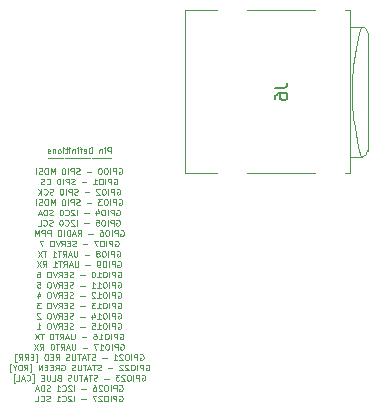
<source format=gbr>
%TF.GenerationSoftware,KiCad,Pcbnew,(5.1.10-1-10_14)*%
%TF.CreationDate,2021-12-24T07:56:15-05:00*%
%TF.ProjectId,hermes_v1,6865726d-6573-45f7-9631-2e6b69636164,rev?*%
%TF.SameCoordinates,Original*%
%TF.FileFunction,Legend,Bot*%
%TF.FilePolarity,Positive*%
%FSLAX46Y46*%
G04 Gerber Fmt 4.6, Leading zero omitted, Abs format (unit mm)*
G04 Created by KiCad (PCBNEW (5.1.10-1-10_14)) date 2021-12-24 07:56:15*
%MOMM*%
%LPD*%
G01*
G04 APERTURE LIST*
%ADD10C,0.125000*%
%ADD11C,0.120000*%
%ADD12C,0.150000*%
G04 APERTURE END LIST*
D10*
X202344761Y-63316190D02*
X202344761Y-62816190D01*
X202154285Y-62816190D01*
X202106666Y-62840000D01*
X202082857Y-62863809D01*
X202059047Y-62911428D01*
X202059047Y-62982857D01*
X202082857Y-63030476D01*
X202106666Y-63054285D01*
X202154285Y-63078095D01*
X202344761Y-63078095D01*
X201844761Y-63316190D02*
X201844761Y-62982857D01*
X201844761Y-62816190D02*
X201868571Y-62840000D01*
X201844761Y-62863809D01*
X201820952Y-62840000D01*
X201844761Y-62816190D01*
X201844761Y-62863809D01*
X201606666Y-62982857D02*
X201606666Y-63316190D01*
X201606666Y-63030476D02*
X201582857Y-63006666D01*
X201535238Y-62982857D01*
X201463809Y-62982857D01*
X201416190Y-63006666D01*
X201392380Y-63054285D01*
X201392380Y-63316190D01*
X200773333Y-63316190D02*
X200773333Y-62816190D01*
X200654285Y-62816190D01*
X200582857Y-62840000D01*
X200535238Y-62887619D01*
X200511428Y-62935238D01*
X200487619Y-63030476D01*
X200487619Y-63101904D01*
X200511428Y-63197142D01*
X200535238Y-63244761D01*
X200582857Y-63292380D01*
X200654285Y-63316190D01*
X200773333Y-63316190D01*
X200082857Y-63292380D02*
X200130476Y-63316190D01*
X200225714Y-63316190D01*
X200273333Y-63292380D01*
X200297142Y-63244761D01*
X200297142Y-63054285D01*
X200273333Y-63006666D01*
X200225714Y-62982857D01*
X200130476Y-62982857D01*
X200082857Y-63006666D01*
X200059047Y-63054285D01*
X200059047Y-63101904D01*
X200297142Y-63149523D01*
X199916190Y-62982857D02*
X199725714Y-62982857D01*
X199844761Y-63316190D02*
X199844761Y-62887619D01*
X199820952Y-62840000D01*
X199773333Y-62816190D01*
X199725714Y-62816190D01*
X199559047Y-63316190D02*
X199559047Y-62982857D01*
X199559047Y-62816190D02*
X199582857Y-62840000D01*
X199559047Y-62863809D01*
X199535238Y-62840000D01*
X199559047Y-62816190D01*
X199559047Y-62863809D01*
X199320952Y-62982857D02*
X199320952Y-63316190D01*
X199320952Y-63030476D02*
X199297142Y-63006666D01*
X199249523Y-62982857D01*
X199178095Y-62982857D01*
X199130476Y-63006666D01*
X199106666Y-63054285D01*
X199106666Y-63316190D01*
X198868571Y-63316190D02*
X198868571Y-62982857D01*
X198868571Y-62816190D02*
X198892380Y-62840000D01*
X198868571Y-62863809D01*
X198844761Y-62840000D01*
X198868571Y-62816190D01*
X198868571Y-62863809D01*
X198701904Y-62982857D02*
X198511428Y-62982857D01*
X198630476Y-62816190D02*
X198630476Y-63244761D01*
X198606666Y-63292380D01*
X198559047Y-63316190D01*
X198511428Y-63316190D01*
X198344761Y-63316190D02*
X198344761Y-62982857D01*
X198344761Y-62816190D02*
X198368571Y-62840000D01*
X198344761Y-62863809D01*
X198320952Y-62840000D01*
X198344761Y-62816190D01*
X198344761Y-62863809D01*
X198035238Y-63316190D02*
X198082857Y-63292380D01*
X198106666Y-63268571D01*
X198130476Y-63220952D01*
X198130476Y-63078095D01*
X198106666Y-63030476D01*
X198082857Y-63006666D01*
X198035238Y-62982857D01*
X197963809Y-62982857D01*
X197916190Y-63006666D01*
X197892380Y-63030476D01*
X197868571Y-63078095D01*
X197868571Y-63220952D01*
X197892380Y-63268571D01*
X197916190Y-63292380D01*
X197963809Y-63316190D01*
X198035238Y-63316190D01*
X197654285Y-62982857D02*
X197654285Y-63316190D01*
X197654285Y-63030476D02*
X197630476Y-63006666D01*
X197582857Y-62982857D01*
X197511428Y-62982857D01*
X197463809Y-63006666D01*
X197440000Y-63054285D01*
X197440000Y-63316190D01*
X197225714Y-63292380D02*
X197178095Y-63316190D01*
X197082857Y-63316190D01*
X197035238Y-63292380D01*
X197011428Y-63244761D01*
X197011428Y-63220952D01*
X197035238Y-63173333D01*
X197082857Y-63149523D01*
X197154285Y-63149523D01*
X197201904Y-63125714D01*
X197225714Y-63078095D01*
X197225714Y-63054285D01*
X197201904Y-63006666D01*
X197154285Y-62982857D01*
X197082857Y-62982857D01*
X197035238Y-63006666D01*
X202356666Y-63738809D02*
X202261428Y-63667380D01*
X202166190Y-63738809D01*
X202070952Y-63738809D02*
X201975714Y-63667380D01*
X201880476Y-63738809D01*
X201785238Y-63738809D02*
X201690000Y-63667380D01*
X201594761Y-63738809D01*
X201499523Y-63738809D02*
X201404285Y-63667380D01*
X201309047Y-63738809D01*
X201213809Y-63738809D02*
X201118571Y-63667380D01*
X201023333Y-63738809D01*
X200928095Y-63738809D02*
X200832857Y-63667380D01*
X200737619Y-63738809D01*
X200642380Y-63738809D02*
X200547142Y-63667380D01*
X200451904Y-63738809D01*
X200356666Y-63738809D02*
X200261428Y-63667380D01*
X200166190Y-63738809D01*
X200070952Y-63738809D02*
X199975714Y-63667380D01*
X199880476Y-63738809D01*
X199785238Y-63738809D02*
X199690000Y-63667380D01*
X199594761Y-63738809D01*
X199499523Y-63738809D02*
X199404285Y-63667380D01*
X199309047Y-63738809D01*
X199213809Y-63738809D02*
X199118571Y-63667380D01*
X199023333Y-63738809D01*
X198928095Y-63738809D02*
X198832857Y-63667380D01*
X198737619Y-63738809D01*
X198642380Y-63738809D02*
X198547142Y-63667380D01*
X198451904Y-63738809D01*
X198356666Y-63738809D02*
X198261428Y-63667380D01*
X198166190Y-63738809D01*
X198070952Y-63738809D02*
X197975714Y-63667380D01*
X197880476Y-63738809D01*
X197785238Y-63738809D02*
X197690000Y-63667380D01*
X197594761Y-63738809D01*
X197499523Y-63738809D02*
X197404285Y-63667380D01*
X197309047Y-63738809D01*
X197213809Y-63738809D02*
X197118571Y-63667380D01*
X197023333Y-63738809D01*
X203059047Y-64590000D02*
X203106666Y-64566190D01*
X203178095Y-64566190D01*
X203249523Y-64590000D01*
X203297142Y-64637619D01*
X203320952Y-64685238D01*
X203344761Y-64780476D01*
X203344761Y-64851904D01*
X203320952Y-64947142D01*
X203297142Y-64994761D01*
X203249523Y-65042380D01*
X203178095Y-65066190D01*
X203130476Y-65066190D01*
X203059047Y-65042380D01*
X203035238Y-65018571D01*
X203035238Y-64851904D01*
X203130476Y-64851904D01*
X202820952Y-65066190D02*
X202820952Y-64566190D01*
X202630476Y-64566190D01*
X202582857Y-64590000D01*
X202559047Y-64613809D01*
X202535238Y-64661428D01*
X202535238Y-64732857D01*
X202559047Y-64780476D01*
X202582857Y-64804285D01*
X202630476Y-64828095D01*
X202820952Y-64828095D01*
X202320952Y-65066190D02*
X202320952Y-64566190D01*
X201987619Y-64566190D02*
X201892380Y-64566190D01*
X201844761Y-64590000D01*
X201797142Y-64637619D01*
X201773333Y-64732857D01*
X201773333Y-64899523D01*
X201797142Y-64994761D01*
X201844761Y-65042380D01*
X201892380Y-65066190D01*
X201987619Y-65066190D01*
X202035238Y-65042380D01*
X202082857Y-64994761D01*
X202106666Y-64899523D01*
X202106666Y-64732857D01*
X202082857Y-64637619D01*
X202035238Y-64590000D01*
X201987619Y-64566190D01*
X201463809Y-64566190D02*
X201416190Y-64566190D01*
X201368571Y-64590000D01*
X201344761Y-64613809D01*
X201320952Y-64661428D01*
X201297142Y-64756666D01*
X201297142Y-64875714D01*
X201320952Y-64970952D01*
X201344761Y-65018571D01*
X201368571Y-65042380D01*
X201416190Y-65066190D01*
X201463809Y-65066190D01*
X201511428Y-65042380D01*
X201535238Y-65018571D01*
X201559047Y-64970952D01*
X201582857Y-64875714D01*
X201582857Y-64756666D01*
X201559047Y-64661428D01*
X201535238Y-64613809D01*
X201511428Y-64590000D01*
X201463809Y-64566190D01*
X200701904Y-64875714D02*
X200320952Y-64875714D01*
X199725714Y-65042380D02*
X199654285Y-65066190D01*
X199535238Y-65066190D01*
X199487619Y-65042380D01*
X199463809Y-65018571D01*
X199440000Y-64970952D01*
X199440000Y-64923333D01*
X199463809Y-64875714D01*
X199487619Y-64851904D01*
X199535238Y-64828095D01*
X199630476Y-64804285D01*
X199678095Y-64780476D01*
X199701904Y-64756666D01*
X199725714Y-64709047D01*
X199725714Y-64661428D01*
X199701904Y-64613809D01*
X199678095Y-64590000D01*
X199630476Y-64566190D01*
X199511428Y-64566190D01*
X199440000Y-64590000D01*
X199225714Y-65066190D02*
X199225714Y-64566190D01*
X199035238Y-64566190D01*
X198987619Y-64590000D01*
X198963809Y-64613809D01*
X198940000Y-64661428D01*
X198940000Y-64732857D01*
X198963809Y-64780476D01*
X198987619Y-64804285D01*
X199035238Y-64828095D01*
X199225714Y-64828095D01*
X198725714Y-65066190D02*
X198725714Y-64566190D01*
X198392380Y-64566190D02*
X198344761Y-64566190D01*
X198297142Y-64590000D01*
X198273333Y-64613809D01*
X198249523Y-64661428D01*
X198225714Y-64756666D01*
X198225714Y-64875714D01*
X198249523Y-64970952D01*
X198273333Y-65018571D01*
X198297142Y-65042380D01*
X198344761Y-65066190D01*
X198392380Y-65066190D01*
X198440000Y-65042380D01*
X198463809Y-65018571D01*
X198487619Y-64970952D01*
X198511428Y-64875714D01*
X198511428Y-64756666D01*
X198487619Y-64661428D01*
X198463809Y-64613809D01*
X198440000Y-64590000D01*
X198392380Y-64566190D01*
X197630476Y-65066190D02*
X197630476Y-64566190D01*
X197463809Y-64923333D01*
X197297142Y-64566190D01*
X197297142Y-65066190D01*
X196963809Y-64566190D02*
X196868571Y-64566190D01*
X196820952Y-64590000D01*
X196773333Y-64637619D01*
X196749523Y-64732857D01*
X196749523Y-64899523D01*
X196773333Y-64994761D01*
X196820952Y-65042380D01*
X196868571Y-65066190D01*
X196963809Y-65066190D01*
X197011428Y-65042380D01*
X197059047Y-64994761D01*
X197082857Y-64899523D01*
X197082857Y-64732857D01*
X197059047Y-64637619D01*
X197011428Y-64590000D01*
X196963809Y-64566190D01*
X196559047Y-65042380D02*
X196487619Y-65066190D01*
X196368571Y-65066190D01*
X196320952Y-65042380D01*
X196297142Y-65018571D01*
X196273333Y-64970952D01*
X196273333Y-64923333D01*
X196297142Y-64875714D01*
X196320952Y-64851904D01*
X196368571Y-64828095D01*
X196463809Y-64804285D01*
X196511428Y-64780476D01*
X196535238Y-64756666D01*
X196559047Y-64709047D01*
X196559047Y-64661428D01*
X196535238Y-64613809D01*
X196511428Y-64590000D01*
X196463809Y-64566190D01*
X196344761Y-64566190D01*
X196273333Y-64590000D01*
X196059047Y-65066190D02*
X196059047Y-64566190D01*
X202642380Y-65465000D02*
X202690000Y-65441190D01*
X202761428Y-65441190D01*
X202832857Y-65465000D01*
X202880476Y-65512619D01*
X202904285Y-65560238D01*
X202928095Y-65655476D01*
X202928095Y-65726904D01*
X202904285Y-65822142D01*
X202880476Y-65869761D01*
X202832857Y-65917380D01*
X202761428Y-65941190D01*
X202713809Y-65941190D01*
X202642380Y-65917380D01*
X202618571Y-65893571D01*
X202618571Y-65726904D01*
X202713809Y-65726904D01*
X202404285Y-65941190D02*
X202404285Y-65441190D01*
X202213809Y-65441190D01*
X202166190Y-65465000D01*
X202142380Y-65488809D01*
X202118571Y-65536428D01*
X202118571Y-65607857D01*
X202142380Y-65655476D01*
X202166190Y-65679285D01*
X202213809Y-65703095D01*
X202404285Y-65703095D01*
X201904285Y-65941190D02*
X201904285Y-65441190D01*
X201570952Y-65441190D02*
X201475714Y-65441190D01*
X201428095Y-65465000D01*
X201380476Y-65512619D01*
X201356666Y-65607857D01*
X201356666Y-65774523D01*
X201380476Y-65869761D01*
X201428095Y-65917380D01*
X201475714Y-65941190D01*
X201570952Y-65941190D01*
X201618571Y-65917380D01*
X201666190Y-65869761D01*
X201690000Y-65774523D01*
X201690000Y-65607857D01*
X201666190Y-65512619D01*
X201618571Y-65465000D01*
X201570952Y-65441190D01*
X200880476Y-65941190D02*
X201166190Y-65941190D01*
X201023333Y-65941190D02*
X201023333Y-65441190D01*
X201070952Y-65512619D01*
X201118571Y-65560238D01*
X201166190Y-65584047D01*
X200285238Y-65750714D02*
X199904285Y-65750714D01*
X199309047Y-65917380D02*
X199237619Y-65941190D01*
X199118571Y-65941190D01*
X199070952Y-65917380D01*
X199047142Y-65893571D01*
X199023333Y-65845952D01*
X199023333Y-65798333D01*
X199047142Y-65750714D01*
X199070952Y-65726904D01*
X199118571Y-65703095D01*
X199213809Y-65679285D01*
X199261428Y-65655476D01*
X199285238Y-65631666D01*
X199309047Y-65584047D01*
X199309047Y-65536428D01*
X199285238Y-65488809D01*
X199261428Y-65465000D01*
X199213809Y-65441190D01*
X199094761Y-65441190D01*
X199023333Y-65465000D01*
X198809047Y-65941190D02*
X198809047Y-65441190D01*
X198618571Y-65441190D01*
X198570952Y-65465000D01*
X198547142Y-65488809D01*
X198523333Y-65536428D01*
X198523333Y-65607857D01*
X198547142Y-65655476D01*
X198570952Y-65679285D01*
X198618571Y-65703095D01*
X198809047Y-65703095D01*
X198309047Y-65941190D02*
X198309047Y-65441190D01*
X197975714Y-65441190D02*
X197928095Y-65441190D01*
X197880476Y-65465000D01*
X197856666Y-65488809D01*
X197832857Y-65536428D01*
X197809047Y-65631666D01*
X197809047Y-65750714D01*
X197832857Y-65845952D01*
X197856666Y-65893571D01*
X197880476Y-65917380D01*
X197928095Y-65941190D01*
X197975714Y-65941190D01*
X198023333Y-65917380D01*
X198047142Y-65893571D01*
X198070952Y-65845952D01*
X198094761Y-65750714D01*
X198094761Y-65631666D01*
X198070952Y-65536428D01*
X198047142Y-65488809D01*
X198023333Y-65465000D01*
X197975714Y-65441190D01*
X196928095Y-65893571D02*
X196951904Y-65917380D01*
X197023333Y-65941190D01*
X197070952Y-65941190D01*
X197142380Y-65917380D01*
X197190000Y-65869761D01*
X197213809Y-65822142D01*
X197237619Y-65726904D01*
X197237619Y-65655476D01*
X197213809Y-65560238D01*
X197190000Y-65512619D01*
X197142380Y-65465000D01*
X197070952Y-65441190D01*
X197023333Y-65441190D01*
X196951904Y-65465000D01*
X196928095Y-65488809D01*
X196737619Y-65917380D02*
X196666190Y-65941190D01*
X196547142Y-65941190D01*
X196499523Y-65917380D01*
X196475714Y-65893571D01*
X196451904Y-65845952D01*
X196451904Y-65798333D01*
X196475714Y-65750714D01*
X196499523Y-65726904D01*
X196547142Y-65703095D01*
X196642380Y-65679285D01*
X196690000Y-65655476D01*
X196713809Y-65631666D01*
X196737619Y-65584047D01*
X196737619Y-65536428D01*
X196713809Y-65488809D01*
X196690000Y-65465000D01*
X196642380Y-65441190D01*
X196523333Y-65441190D01*
X196451904Y-65465000D01*
X202892380Y-66340000D02*
X202940000Y-66316190D01*
X203011428Y-66316190D01*
X203082857Y-66340000D01*
X203130476Y-66387619D01*
X203154285Y-66435238D01*
X203178095Y-66530476D01*
X203178095Y-66601904D01*
X203154285Y-66697142D01*
X203130476Y-66744761D01*
X203082857Y-66792380D01*
X203011428Y-66816190D01*
X202963809Y-66816190D01*
X202892380Y-66792380D01*
X202868571Y-66768571D01*
X202868571Y-66601904D01*
X202963809Y-66601904D01*
X202654285Y-66816190D02*
X202654285Y-66316190D01*
X202463809Y-66316190D01*
X202416190Y-66340000D01*
X202392380Y-66363809D01*
X202368571Y-66411428D01*
X202368571Y-66482857D01*
X202392380Y-66530476D01*
X202416190Y-66554285D01*
X202463809Y-66578095D01*
X202654285Y-66578095D01*
X202154285Y-66816190D02*
X202154285Y-66316190D01*
X201820952Y-66316190D02*
X201725714Y-66316190D01*
X201678095Y-66340000D01*
X201630476Y-66387619D01*
X201606666Y-66482857D01*
X201606666Y-66649523D01*
X201630476Y-66744761D01*
X201678095Y-66792380D01*
X201725714Y-66816190D01*
X201820952Y-66816190D01*
X201868571Y-66792380D01*
X201916190Y-66744761D01*
X201940000Y-66649523D01*
X201940000Y-66482857D01*
X201916190Y-66387619D01*
X201868571Y-66340000D01*
X201820952Y-66316190D01*
X201416190Y-66363809D02*
X201392380Y-66340000D01*
X201344761Y-66316190D01*
X201225714Y-66316190D01*
X201178095Y-66340000D01*
X201154285Y-66363809D01*
X201130476Y-66411428D01*
X201130476Y-66459047D01*
X201154285Y-66530476D01*
X201440000Y-66816190D01*
X201130476Y-66816190D01*
X200535238Y-66625714D02*
X200154285Y-66625714D01*
X199559047Y-66792380D02*
X199487619Y-66816190D01*
X199368571Y-66816190D01*
X199320952Y-66792380D01*
X199297142Y-66768571D01*
X199273333Y-66720952D01*
X199273333Y-66673333D01*
X199297142Y-66625714D01*
X199320952Y-66601904D01*
X199368571Y-66578095D01*
X199463809Y-66554285D01*
X199511428Y-66530476D01*
X199535238Y-66506666D01*
X199559047Y-66459047D01*
X199559047Y-66411428D01*
X199535238Y-66363809D01*
X199511428Y-66340000D01*
X199463809Y-66316190D01*
X199344761Y-66316190D01*
X199273333Y-66340000D01*
X199059047Y-66816190D02*
X199059047Y-66316190D01*
X198868571Y-66316190D01*
X198820952Y-66340000D01*
X198797142Y-66363809D01*
X198773333Y-66411428D01*
X198773333Y-66482857D01*
X198797142Y-66530476D01*
X198820952Y-66554285D01*
X198868571Y-66578095D01*
X199059047Y-66578095D01*
X198559047Y-66816190D02*
X198559047Y-66316190D01*
X198225714Y-66316190D02*
X198178095Y-66316190D01*
X198130476Y-66340000D01*
X198106666Y-66363809D01*
X198082857Y-66411428D01*
X198059047Y-66506666D01*
X198059047Y-66625714D01*
X198082857Y-66720952D01*
X198106666Y-66768571D01*
X198130476Y-66792380D01*
X198178095Y-66816190D01*
X198225714Y-66816190D01*
X198273333Y-66792380D01*
X198297142Y-66768571D01*
X198320952Y-66720952D01*
X198344761Y-66625714D01*
X198344761Y-66506666D01*
X198320952Y-66411428D01*
X198297142Y-66363809D01*
X198273333Y-66340000D01*
X198225714Y-66316190D01*
X197487619Y-66792380D02*
X197416190Y-66816190D01*
X197297142Y-66816190D01*
X197249523Y-66792380D01*
X197225714Y-66768571D01*
X197201904Y-66720952D01*
X197201904Y-66673333D01*
X197225714Y-66625714D01*
X197249523Y-66601904D01*
X197297142Y-66578095D01*
X197392380Y-66554285D01*
X197440000Y-66530476D01*
X197463809Y-66506666D01*
X197487619Y-66459047D01*
X197487619Y-66411428D01*
X197463809Y-66363809D01*
X197440000Y-66340000D01*
X197392380Y-66316190D01*
X197273333Y-66316190D01*
X197201904Y-66340000D01*
X196701904Y-66768571D02*
X196725714Y-66792380D01*
X196797142Y-66816190D01*
X196844761Y-66816190D01*
X196916190Y-66792380D01*
X196963809Y-66744761D01*
X196987619Y-66697142D01*
X197011428Y-66601904D01*
X197011428Y-66530476D01*
X196987619Y-66435238D01*
X196963809Y-66387619D01*
X196916190Y-66340000D01*
X196844761Y-66316190D01*
X196797142Y-66316190D01*
X196725714Y-66340000D01*
X196701904Y-66363809D01*
X196487619Y-66816190D02*
X196487619Y-66316190D01*
X196201904Y-66816190D02*
X196416190Y-66530476D01*
X196201904Y-66316190D02*
X196487619Y-66601904D01*
X203059047Y-67215000D02*
X203106666Y-67191190D01*
X203178095Y-67191190D01*
X203249523Y-67215000D01*
X203297142Y-67262619D01*
X203320952Y-67310238D01*
X203344761Y-67405476D01*
X203344761Y-67476904D01*
X203320952Y-67572142D01*
X203297142Y-67619761D01*
X203249523Y-67667380D01*
X203178095Y-67691190D01*
X203130476Y-67691190D01*
X203059047Y-67667380D01*
X203035238Y-67643571D01*
X203035238Y-67476904D01*
X203130476Y-67476904D01*
X202820952Y-67691190D02*
X202820952Y-67191190D01*
X202630476Y-67191190D01*
X202582857Y-67215000D01*
X202559047Y-67238809D01*
X202535238Y-67286428D01*
X202535238Y-67357857D01*
X202559047Y-67405476D01*
X202582857Y-67429285D01*
X202630476Y-67453095D01*
X202820952Y-67453095D01*
X202320952Y-67691190D02*
X202320952Y-67191190D01*
X201987619Y-67191190D02*
X201892380Y-67191190D01*
X201844761Y-67215000D01*
X201797142Y-67262619D01*
X201773333Y-67357857D01*
X201773333Y-67524523D01*
X201797142Y-67619761D01*
X201844761Y-67667380D01*
X201892380Y-67691190D01*
X201987619Y-67691190D01*
X202035238Y-67667380D01*
X202082857Y-67619761D01*
X202106666Y-67524523D01*
X202106666Y-67357857D01*
X202082857Y-67262619D01*
X202035238Y-67215000D01*
X201987619Y-67191190D01*
X201606666Y-67191190D02*
X201297142Y-67191190D01*
X201463809Y-67381666D01*
X201392380Y-67381666D01*
X201344761Y-67405476D01*
X201320952Y-67429285D01*
X201297142Y-67476904D01*
X201297142Y-67595952D01*
X201320952Y-67643571D01*
X201344761Y-67667380D01*
X201392380Y-67691190D01*
X201535238Y-67691190D01*
X201582857Y-67667380D01*
X201606666Y-67643571D01*
X200701904Y-67500714D02*
X200320952Y-67500714D01*
X199725714Y-67667380D02*
X199654285Y-67691190D01*
X199535238Y-67691190D01*
X199487619Y-67667380D01*
X199463809Y-67643571D01*
X199440000Y-67595952D01*
X199440000Y-67548333D01*
X199463809Y-67500714D01*
X199487619Y-67476904D01*
X199535238Y-67453095D01*
X199630476Y-67429285D01*
X199678095Y-67405476D01*
X199701904Y-67381666D01*
X199725714Y-67334047D01*
X199725714Y-67286428D01*
X199701904Y-67238809D01*
X199678095Y-67215000D01*
X199630476Y-67191190D01*
X199511428Y-67191190D01*
X199440000Y-67215000D01*
X199225714Y-67691190D02*
X199225714Y-67191190D01*
X199035238Y-67191190D01*
X198987619Y-67215000D01*
X198963809Y-67238809D01*
X198940000Y-67286428D01*
X198940000Y-67357857D01*
X198963809Y-67405476D01*
X198987619Y-67429285D01*
X199035238Y-67453095D01*
X199225714Y-67453095D01*
X198725714Y-67691190D02*
X198725714Y-67191190D01*
X198392380Y-67191190D02*
X198344761Y-67191190D01*
X198297142Y-67215000D01*
X198273333Y-67238809D01*
X198249523Y-67286428D01*
X198225714Y-67381666D01*
X198225714Y-67500714D01*
X198249523Y-67595952D01*
X198273333Y-67643571D01*
X198297142Y-67667380D01*
X198344761Y-67691190D01*
X198392380Y-67691190D01*
X198440000Y-67667380D01*
X198463809Y-67643571D01*
X198487619Y-67595952D01*
X198511428Y-67500714D01*
X198511428Y-67381666D01*
X198487619Y-67286428D01*
X198463809Y-67238809D01*
X198440000Y-67215000D01*
X198392380Y-67191190D01*
X197630476Y-67691190D02*
X197630476Y-67191190D01*
X197463809Y-67548333D01*
X197297142Y-67191190D01*
X197297142Y-67691190D01*
X196963809Y-67191190D02*
X196868571Y-67191190D01*
X196820952Y-67215000D01*
X196773333Y-67262619D01*
X196749523Y-67357857D01*
X196749523Y-67524523D01*
X196773333Y-67619761D01*
X196820952Y-67667380D01*
X196868571Y-67691190D01*
X196963809Y-67691190D01*
X197011428Y-67667380D01*
X197059047Y-67619761D01*
X197082857Y-67524523D01*
X197082857Y-67357857D01*
X197059047Y-67262619D01*
X197011428Y-67215000D01*
X196963809Y-67191190D01*
X196559047Y-67667380D02*
X196487619Y-67691190D01*
X196368571Y-67691190D01*
X196320952Y-67667380D01*
X196297142Y-67643571D01*
X196273333Y-67595952D01*
X196273333Y-67548333D01*
X196297142Y-67500714D01*
X196320952Y-67476904D01*
X196368571Y-67453095D01*
X196463809Y-67429285D01*
X196511428Y-67405476D01*
X196535238Y-67381666D01*
X196559047Y-67334047D01*
X196559047Y-67286428D01*
X196535238Y-67238809D01*
X196511428Y-67215000D01*
X196463809Y-67191190D01*
X196344761Y-67191190D01*
X196273333Y-67215000D01*
X196059047Y-67691190D02*
X196059047Y-67191190D01*
X202856666Y-68090000D02*
X202904285Y-68066190D01*
X202975714Y-68066190D01*
X203047142Y-68090000D01*
X203094761Y-68137619D01*
X203118571Y-68185238D01*
X203142380Y-68280476D01*
X203142380Y-68351904D01*
X203118571Y-68447142D01*
X203094761Y-68494761D01*
X203047142Y-68542380D01*
X202975714Y-68566190D01*
X202928095Y-68566190D01*
X202856666Y-68542380D01*
X202832857Y-68518571D01*
X202832857Y-68351904D01*
X202928095Y-68351904D01*
X202618571Y-68566190D02*
X202618571Y-68066190D01*
X202428095Y-68066190D01*
X202380476Y-68090000D01*
X202356666Y-68113809D01*
X202332857Y-68161428D01*
X202332857Y-68232857D01*
X202356666Y-68280476D01*
X202380476Y-68304285D01*
X202428095Y-68328095D01*
X202618571Y-68328095D01*
X202118571Y-68566190D02*
X202118571Y-68066190D01*
X201785238Y-68066190D02*
X201690000Y-68066190D01*
X201642380Y-68090000D01*
X201594761Y-68137619D01*
X201570952Y-68232857D01*
X201570952Y-68399523D01*
X201594761Y-68494761D01*
X201642380Y-68542380D01*
X201690000Y-68566190D01*
X201785238Y-68566190D01*
X201832857Y-68542380D01*
X201880476Y-68494761D01*
X201904285Y-68399523D01*
X201904285Y-68232857D01*
X201880476Y-68137619D01*
X201832857Y-68090000D01*
X201785238Y-68066190D01*
X201142380Y-68232857D02*
X201142380Y-68566190D01*
X201261428Y-68042380D02*
X201380476Y-68399523D01*
X201070952Y-68399523D01*
X200499523Y-68375714D02*
X200118571Y-68375714D01*
X199499523Y-68566190D02*
X199499523Y-68066190D01*
X199285238Y-68113809D02*
X199261428Y-68090000D01*
X199213809Y-68066190D01*
X199094761Y-68066190D01*
X199047142Y-68090000D01*
X199023333Y-68113809D01*
X198999523Y-68161428D01*
X198999523Y-68209047D01*
X199023333Y-68280476D01*
X199309047Y-68566190D01*
X198999523Y-68566190D01*
X198499523Y-68518571D02*
X198523333Y-68542380D01*
X198594761Y-68566190D01*
X198642380Y-68566190D01*
X198713809Y-68542380D01*
X198761428Y-68494761D01*
X198785238Y-68447142D01*
X198809047Y-68351904D01*
X198809047Y-68280476D01*
X198785238Y-68185238D01*
X198761428Y-68137619D01*
X198713809Y-68090000D01*
X198642380Y-68066190D01*
X198594761Y-68066190D01*
X198523333Y-68090000D01*
X198499523Y-68113809D01*
X198190000Y-68066190D02*
X198142380Y-68066190D01*
X198094761Y-68090000D01*
X198070952Y-68113809D01*
X198047142Y-68161428D01*
X198023333Y-68256666D01*
X198023333Y-68375714D01*
X198047142Y-68470952D01*
X198070952Y-68518571D01*
X198094761Y-68542380D01*
X198142380Y-68566190D01*
X198190000Y-68566190D01*
X198237619Y-68542380D01*
X198261428Y-68518571D01*
X198285238Y-68470952D01*
X198309047Y-68375714D01*
X198309047Y-68256666D01*
X198285238Y-68161428D01*
X198261428Y-68113809D01*
X198237619Y-68090000D01*
X198190000Y-68066190D01*
X197451904Y-68542380D02*
X197380476Y-68566190D01*
X197261428Y-68566190D01*
X197213809Y-68542380D01*
X197190000Y-68518571D01*
X197166190Y-68470952D01*
X197166190Y-68423333D01*
X197190000Y-68375714D01*
X197213809Y-68351904D01*
X197261428Y-68328095D01*
X197356666Y-68304285D01*
X197404285Y-68280476D01*
X197428095Y-68256666D01*
X197451904Y-68209047D01*
X197451904Y-68161428D01*
X197428095Y-68113809D01*
X197404285Y-68090000D01*
X197356666Y-68066190D01*
X197237619Y-68066190D01*
X197166190Y-68090000D01*
X196951904Y-68566190D02*
X196951904Y-68066190D01*
X196832857Y-68066190D01*
X196761428Y-68090000D01*
X196713809Y-68137619D01*
X196690000Y-68185238D01*
X196666190Y-68280476D01*
X196666190Y-68351904D01*
X196690000Y-68447142D01*
X196713809Y-68494761D01*
X196761428Y-68542380D01*
X196832857Y-68566190D01*
X196951904Y-68566190D01*
X196475714Y-68423333D02*
X196237619Y-68423333D01*
X196523333Y-68566190D02*
X196356666Y-68066190D01*
X196190000Y-68566190D01*
X202844761Y-68965000D02*
X202892380Y-68941190D01*
X202963809Y-68941190D01*
X203035238Y-68965000D01*
X203082857Y-69012619D01*
X203106666Y-69060238D01*
X203130476Y-69155476D01*
X203130476Y-69226904D01*
X203106666Y-69322142D01*
X203082857Y-69369761D01*
X203035238Y-69417380D01*
X202963809Y-69441190D01*
X202916190Y-69441190D01*
X202844761Y-69417380D01*
X202820952Y-69393571D01*
X202820952Y-69226904D01*
X202916190Y-69226904D01*
X202606666Y-69441190D02*
X202606666Y-68941190D01*
X202416190Y-68941190D01*
X202368571Y-68965000D01*
X202344761Y-68988809D01*
X202320952Y-69036428D01*
X202320952Y-69107857D01*
X202344761Y-69155476D01*
X202368571Y-69179285D01*
X202416190Y-69203095D01*
X202606666Y-69203095D01*
X202106666Y-69441190D02*
X202106666Y-68941190D01*
X201773333Y-68941190D02*
X201678095Y-68941190D01*
X201630476Y-68965000D01*
X201582857Y-69012619D01*
X201559047Y-69107857D01*
X201559047Y-69274523D01*
X201582857Y-69369761D01*
X201630476Y-69417380D01*
X201678095Y-69441190D01*
X201773333Y-69441190D01*
X201820952Y-69417380D01*
X201868571Y-69369761D01*
X201892380Y-69274523D01*
X201892380Y-69107857D01*
X201868571Y-69012619D01*
X201820952Y-68965000D01*
X201773333Y-68941190D01*
X201106666Y-68941190D02*
X201344761Y-68941190D01*
X201368571Y-69179285D01*
X201344761Y-69155476D01*
X201297142Y-69131666D01*
X201178095Y-69131666D01*
X201130476Y-69155476D01*
X201106666Y-69179285D01*
X201082857Y-69226904D01*
X201082857Y-69345952D01*
X201106666Y-69393571D01*
X201130476Y-69417380D01*
X201178095Y-69441190D01*
X201297142Y-69441190D01*
X201344761Y-69417380D01*
X201368571Y-69393571D01*
X200487619Y-69250714D02*
X200106666Y-69250714D01*
X199487619Y-69441190D02*
X199487619Y-68941190D01*
X199273333Y-68988809D02*
X199249523Y-68965000D01*
X199201904Y-68941190D01*
X199082857Y-68941190D01*
X199035238Y-68965000D01*
X199011428Y-68988809D01*
X198987619Y-69036428D01*
X198987619Y-69084047D01*
X199011428Y-69155476D01*
X199297142Y-69441190D01*
X198987619Y-69441190D01*
X198487619Y-69393571D02*
X198511428Y-69417380D01*
X198582857Y-69441190D01*
X198630476Y-69441190D01*
X198701904Y-69417380D01*
X198749523Y-69369761D01*
X198773333Y-69322142D01*
X198797142Y-69226904D01*
X198797142Y-69155476D01*
X198773333Y-69060238D01*
X198749523Y-69012619D01*
X198701904Y-68965000D01*
X198630476Y-68941190D01*
X198582857Y-68941190D01*
X198511428Y-68965000D01*
X198487619Y-68988809D01*
X198178095Y-68941190D02*
X198130476Y-68941190D01*
X198082857Y-68965000D01*
X198059047Y-68988809D01*
X198035238Y-69036428D01*
X198011428Y-69131666D01*
X198011428Y-69250714D01*
X198035238Y-69345952D01*
X198059047Y-69393571D01*
X198082857Y-69417380D01*
X198130476Y-69441190D01*
X198178095Y-69441190D01*
X198225714Y-69417380D01*
X198249523Y-69393571D01*
X198273333Y-69345952D01*
X198297142Y-69250714D01*
X198297142Y-69131666D01*
X198273333Y-69036428D01*
X198249523Y-68988809D01*
X198225714Y-68965000D01*
X198178095Y-68941190D01*
X197440000Y-69417380D02*
X197368571Y-69441190D01*
X197249523Y-69441190D01*
X197201904Y-69417380D01*
X197178095Y-69393571D01*
X197154285Y-69345952D01*
X197154285Y-69298333D01*
X197178095Y-69250714D01*
X197201904Y-69226904D01*
X197249523Y-69203095D01*
X197344761Y-69179285D01*
X197392380Y-69155476D01*
X197416190Y-69131666D01*
X197440000Y-69084047D01*
X197440000Y-69036428D01*
X197416190Y-68988809D01*
X197392380Y-68965000D01*
X197344761Y-68941190D01*
X197225714Y-68941190D01*
X197154285Y-68965000D01*
X196654285Y-69393571D02*
X196678095Y-69417380D01*
X196749523Y-69441190D01*
X196797142Y-69441190D01*
X196868571Y-69417380D01*
X196916190Y-69369761D01*
X196940000Y-69322142D01*
X196963809Y-69226904D01*
X196963809Y-69155476D01*
X196940000Y-69060238D01*
X196916190Y-69012619D01*
X196868571Y-68965000D01*
X196797142Y-68941190D01*
X196749523Y-68941190D01*
X196678095Y-68965000D01*
X196654285Y-68988809D01*
X196201904Y-69441190D02*
X196440000Y-69441190D01*
X196440000Y-68941190D01*
X203190000Y-69840000D02*
X203237619Y-69816190D01*
X203309047Y-69816190D01*
X203380476Y-69840000D01*
X203428095Y-69887619D01*
X203451904Y-69935238D01*
X203475714Y-70030476D01*
X203475714Y-70101904D01*
X203451904Y-70197142D01*
X203428095Y-70244761D01*
X203380476Y-70292380D01*
X203309047Y-70316190D01*
X203261428Y-70316190D01*
X203190000Y-70292380D01*
X203166190Y-70268571D01*
X203166190Y-70101904D01*
X203261428Y-70101904D01*
X202951904Y-70316190D02*
X202951904Y-69816190D01*
X202761428Y-69816190D01*
X202713809Y-69840000D01*
X202690000Y-69863809D01*
X202666190Y-69911428D01*
X202666190Y-69982857D01*
X202690000Y-70030476D01*
X202713809Y-70054285D01*
X202761428Y-70078095D01*
X202951904Y-70078095D01*
X202451904Y-70316190D02*
X202451904Y-69816190D01*
X202118571Y-69816190D02*
X202023333Y-69816190D01*
X201975714Y-69840000D01*
X201928095Y-69887619D01*
X201904285Y-69982857D01*
X201904285Y-70149523D01*
X201928095Y-70244761D01*
X201975714Y-70292380D01*
X202023333Y-70316190D01*
X202118571Y-70316190D01*
X202166190Y-70292380D01*
X202213809Y-70244761D01*
X202237619Y-70149523D01*
X202237619Y-69982857D01*
X202213809Y-69887619D01*
X202166190Y-69840000D01*
X202118571Y-69816190D01*
X201475714Y-69816190D02*
X201570952Y-69816190D01*
X201618571Y-69840000D01*
X201642380Y-69863809D01*
X201690000Y-69935238D01*
X201713809Y-70030476D01*
X201713809Y-70220952D01*
X201690000Y-70268571D01*
X201666190Y-70292380D01*
X201618571Y-70316190D01*
X201523333Y-70316190D01*
X201475714Y-70292380D01*
X201451904Y-70268571D01*
X201428095Y-70220952D01*
X201428095Y-70101904D01*
X201451904Y-70054285D01*
X201475714Y-70030476D01*
X201523333Y-70006666D01*
X201618571Y-70006666D01*
X201666190Y-70030476D01*
X201690000Y-70054285D01*
X201713809Y-70101904D01*
X200832857Y-70125714D02*
X200451904Y-70125714D01*
X199547142Y-70316190D02*
X199713809Y-70078095D01*
X199832857Y-70316190D02*
X199832857Y-69816190D01*
X199642380Y-69816190D01*
X199594761Y-69840000D01*
X199570952Y-69863809D01*
X199547142Y-69911428D01*
X199547142Y-69982857D01*
X199570952Y-70030476D01*
X199594761Y-70054285D01*
X199642380Y-70078095D01*
X199832857Y-70078095D01*
X199356666Y-70173333D02*
X199118571Y-70173333D01*
X199404285Y-70316190D02*
X199237619Y-69816190D01*
X199070952Y-70316190D01*
X198904285Y-70316190D02*
X198904285Y-69816190D01*
X198785238Y-69816190D01*
X198713809Y-69840000D01*
X198666190Y-69887619D01*
X198642380Y-69935238D01*
X198618571Y-70030476D01*
X198618571Y-70101904D01*
X198642380Y-70197142D01*
X198666190Y-70244761D01*
X198713809Y-70292380D01*
X198785238Y-70316190D01*
X198904285Y-70316190D01*
X198404285Y-70316190D02*
X198404285Y-69816190D01*
X198070952Y-69816190D02*
X197975714Y-69816190D01*
X197928095Y-69840000D01*
X197880476Y-69887619D01*
X197856666Y-69982857D01*
X197856666Y-70149523D01*
X197880476Y-70244761D01*
X197928095Y-70292380D01*
X197975714Y-70316190D01*
X198070952Y-70316190D01*
X198118571Y-70292380D01*
X198166190Y-70244761D01*
X198190000Y-70149523D01*
X198190000Y-69982857D01*
X198166190Y-69887619D01*
X198118571Y-69840000D01*
X198070952Y-69816190D01*
X197261428Y-70316190D02*
X197261428Y-69816190D01*
X197070952Y-69816190D01*
X197023333Y-69840000D01*
X196999523Y-69863809D01*
X196975714Y-69911428D01*
X196975714Y-69982857D01*
X196999523Y-70030476D01*
X197023333Y-70054285D01*
X197070952Y-70078095D01*
X197261428Y-70078095D01*
X196761428Y-70316190D02*
X196761428Y-69816190D01*
X196570952Y-69816190D01*
X196523333Y-69840000D01*
X196499523Y-69863809D01*
X196475714Y-69911428D01*
X196475714Y-69982857D01*
X196499523Y-70030476D01*
X196523333Y-70054285D01*
X196570952Y-70078095D01*
X196761428Y-70078095D01*
X196261428Y-70316190D02*
X196261428Y-69816190D01*
X196094761Y-70173333D01*
X195928095Y-69816190D01*
X195928095Y-70316190D01*
X202737619Y-70715000D02*
X202785238Y-70691190D01*
X202856666Y-70691190D01*
X202928095Y-70715000D01*
X202975714Y-70762619D01*
X202999523Y-70810238D01*
X203023333Y-70905476D01*
X203023333Y-70976904D01*
X202999523Y-71072142D01*
X202975714Y-71119761D01*
X202928095Y-71167380D01*
X202856666Y-71191190D01*
X202809047Y-71191190D01*
X202737619Y-71167380D01*
X202713809Y-71143571D01*
X202713809Y-70976904D01*
X202809047Y-70976904D01*
X202499523Y-71191190D02*
X202499523Y-70691190D01*
X202309047Y-70691190D01*
X202261428Y-70715000D01*
X202237619Y-70738809D01*
X202213809Y-70786428D01*
X202213809Y-70857857D01*
X202237619Y-70905476D01*
X202261428Y-70929285D01*
X202309047Y-70953095D01*
X202499523Y-70953095D01*
X201999523Y-71191190D02*
X201999523Y-70691190D01*
X201666190Y-70691190D02*
X201570952Y-70691190D01*
X201523333Y-70715000D01*
X201475714Y-70762619D01*
X201451904Y-70857857D01*
X201451904Y-71024523D01*
X201475714Y-71119761D01*
X201523333Y-71167380D01*
X201570952Y-71191190D01*
X201666190Y-71191190D01*
X201713809Y-71167380D01*
X201761428Y-71119761D01*
X201785238Y-71024523D01*
X201785238Y-70857857D01*
X201761428Y-70762619D01*
X201713809Y-70715000D01*
X201666190Y-70691190D01*
X201285238Y-70691190D02*
X200951904Y-70691190D01*
X201166190Y-71191190D01*
X200380476Y-71000714D02*
X199999523Y-71000714D01*
X199404285Y-71167380D02*
X199332857Y-71191190D01*
X199213809Y-71191190D01*
X199166190Y-71167380D01*
X199142380Y-71143571D01*
X199118571Y-71095952D01*
X199118571Y-71048333D01*
X199142380Y-71000714D01*
X199166190Y-70976904D01*
X199213809Y-70953095D01*
X199309047Y-70929285D01*
X199356666Y-70905476D01*
X199380476Y-70881666D01*
X199404285Y-70834047D01*
X199404285Y-70786428D01*
X199380476Y-70738809D01*
X199356666Y-70715000D01*
X199309047Y-70691190D01*
X199190000Y-70691190D01*
X199118571Y-70715000D01*
X198904285Y-70929285D02*
X198737619Y-70929285D01*
X198666190Y-71191190D02*
X198904285Y-71191190D01*
X198904285Y-70691190D01*
X198666190Y-70691190D01*
X198166190Y-71191190D02*
X198332857Y-70953095D01*
X198451904Y-71191190D02*
X198451904Y-70691190D01*
X198261428Y-70691190D01*
X198213809Y-70715000D01*
X198190000Y-70738809D01*
X198166190Y-70786428D01*
X198166190Y-70857857D01*
X198190000Y-70905476D01*
X198213809Y-70929285D01*
X198261428Y-70953095D01*
X198451904Y-70953095D01*
X198023333Y-70691190D02*
X197856666Y-71191190D01*
X197690000Y-70691190D01*
X197428095Y-70691190D02*
X197332857Y-70691190D01*
X197285238Y-70715000D01*
X197237619Y-70762619D01*
X197213809Y-70857857D01*
X197213809Y-71024523D01*
X197237619Y-71119761D01*
X197285238Y-71167380D01*
X197332857Y-71191190D01*
X197428095Y-71191190D01*
X197475714Y-71167380D01*
X197523333Y-71119761D01*
X197547142Y-71024523D01*
X197547142Y-70857857D01*
X197523333Y-70762619D01*
X197475714Y-70715000D01*
X197428095Y-70691190D01*
X196666190Y-70691190D02*
X196332857Y-70691190D01*
X196547142Y-71191190D01*
X202892380Y-71590000D02*
X202940000Y-71566190D01*
X203011428Y-71566190D01*
X203082857Y-71590000D01*
X203130476Y-71637619D01*
X203154285Y-71685238D01*
X203178095Y-71780476D01*
X203178095Y-71851904D01*
X203154285Y-71947142D01*
X203130476Y-71994761D01*
X203082857Y-72042380D01*
X203011428Y-72066190D01*
X202963809Y-72066190D01*
X202892380Y-72042380D01*
X202868571Y-72018571D01*
X202868571Y-71851904D01*
X202963809Y-71851904D01*
X202654285Y-72066190D02*
X202654285Y-71566190D01*
X202463809Y-71566190D01*
X202416190Y-71590000D01*
X202392380Y-71613809D01*
X202368571Y-71661428D01*
X202368571Y-71732857D01*
X202392380Y-71780476D01*
X202416190Y-71804285D01*
X202463809Y-71828095D01*
X202654285Y-71828095D01*
X202154285Y-72066190D02*
X202154285Y-71566190D01*
X201820952Y-71566190D02*
X201725714Y-71566190D01*
X201678095Y-71590000D01*
X201630476Y-71637619D01*
X201606666Y-71732857D01*
X201606666Y-71899523D01*
X201630476Y-71994761D01*
X201678095Y-72042380D01*
X201725714Y-72066190D01*
X201820952Y-72066190D01*
X201868571Y-72042380D01*
X201916190Y-71994761D01*
X201940000Y-71899523D01*
X201940000Y-71732857D01*
X201916190Y-71637619D01*
X201868571Y-71590000D01*
X201820952Y-71566190D01*
X201320952Y-71780476D02*
X201368571Y-71756666D01*
X201392380Y-71732857D01*
X201416190Y-71685238D01*
X201416190Y-71661428D01*
X201392380Y-71613809D01*
X201368571Y-71590000D01*
X201320952Y-71566190D01*
X201225714Y-71566190D01*
X201178095Y-71590000D01*
X201154285Y-71613809D01*
X201130476Y-71661428D01*
X201130476Y-71685238D01*
X201154285Y-71732857D01*
X201178095Y-71756666D01*
X201225714Y-71780476D01*
X201320952Y-71780476D01*
X201368571Y-71804285D01*
X201392380Y-71828095D01*
X201416190Y-71875714D01*
X201416190Y-71970952D01*
X201392380Y-72018571D01*
X201368571Y-72042380D01*
X201320952Y-72066190D01*
X201225714Y-72066190D01*
X201178095Y-72042380D01*
X201154285Y-72018571D01*
X201130476Y-71970952D01*
X201130476Y-71875714D01*
X201154285Y-71828095D01*
X201178095Y-71804285D01*
X201225714Y-71780476D01*
X200535238Y-71875714D02*
X200154285Y-71875714D01*
X199535238Y-71566190D02*
X199535238Y-71970952D01*
X199511428Y-72018571D01*
X199487619Y-72042380D01*
X199440000Y-72066190D01*
X199344761Y-72066190D01*
X199297142Y-72042380D01*
X199273333Y-72018571D01*
X199249523Y-71970952D01*
X199249523Y-71566190D01*
X199035238Y-71923333D02*
X198797142Y-71923333D01*
X199082857Y-72066190D02*
X198916190Y-71566190D01*
X198749523Y-72066190D01*
X198297142Y-72066190D02*
X198463809Y-71828095D01*
X198582857Y-72066190D02*
X198582857Y-71566190D01*
X198392380Y-71566190D01*
X198344761Y-71590000D01*
X198320952Y-71613809D01*
X198297142Y-71661428D01*
X198297142Y-71732857D01*
X198320952Y-71780476D01*
X198344761Y-71804285D01*
X198392380Y-71828095D01*
X198582857Y-71828095D01*
X198154285Y-71566190D02*
X197868571Y-71566190D01*
X198011428Y-72066190D02*
X198011428Y-71566190D01*
X197440000Y-72066190D02*
X197725714Y-72066190D01*
X197582857Y-72066190D02*
X197582857Y-71566190D01*
X197630476Y-71637619D01*
X197678095Y-71685238D01*
X197725714Y-71709047D01*
X196916190Y-71566190D02*
X196630476Y-71566190D01*
X196773333Y-72066190D02*
X196773333Y-71566190D01*
X196511428Y-71566190D02*
X196178095Y-72066190D01*
X196178095Y-71566190D02*
X196511428Y-72066190D01*
X202951904Y-72465000D02*
X202999523Y-72441190D01*
X203070952Y-72441190D01*
X203142380Y-72465000D01*
X203190000Y-72512619D01*
X203213809Y-72560238D01*
X203237619Y-72655476D01*
X203237619Y-72726904D01*
X203213809Y-72822142D01*
X203190000Y-72869761D01*
X203142380Y-72917380D01*
X203070952Y-72941190D01*
X203023333Y-72941190D01*
X202951904Y-72917380D01*
X202928095Y-72893571D01*
X202928095Y-72726904D01*
X203023333Y-72726904D01*
X202713809Y-72941190D02*
X202713809Y-72441190D01*
X202523333Y-72441190D01*
X202475714Y-72465000D01*
X202451904Y-72488809D01*
X202428095Y-72536428D01*
X202428095Y-72607857D01*
X202451904Y-72655476D01*
X202475714Y-72679285D01*
X202523333Y-72703095D01*
X202713809Y-72703095D01*
X202213809Y-72941190D02*
X202213809Y-72441190D01*
X201880476Y-72441190D02*
X201785238Y-72441190D01*
X201737619Y-72465000D01*
X201690000Y-72512619D01*
X201666190Y-72607857D01*
X201666190Y-72774523D01*
X201690000Y-72869761D01*
X201737619Y-72917380D01*
X201785238Y-72941190D01*
X201880476Y-72941190D01*
X201928095Y-72917380D01*
X201975714Y-72869761D01*
X201999523Y-72774523D01*
X201999523Y-72607857D01*
X201975714Y-72512619D01*
X201928095Y-72465000D01*
X201880476Y-72441190D01*
X201428095Y-72941190D02*
X201332857Y-72941190D01*
X201285238Y-72917380D01*
X201261428Y-72893571D01*
X201213809Y-72822142D01*
X201190000Y-72726904D01*
X201190000Y-72536428D01*
X201213809Y-72488809D01*
X201237619Y-72465000D01*
X201285238Y-72441190D01*
X201380476Y-72441190D01*
X201428095Y-72465000D01*
X201451904Y-72488809D01*
X201475714Y-72536428D01*
X201475714Y-72655476D01*
X201451904Y-72703095D01*
X201428095Y-72726904D01*
X201380476Y-72750714D01*
X201285238Y-72750714D01*
X201237619Y-72726904D01*
X201213809Y-72703095D01*
X201190000Y-72655476D01*
X200594761Y-72750714D02*
X200213809Y-72750714D01*
X199594761Y-72441190D02*
X199594761Y-72845952D01*
X199570952Y-72893571D01*
X199547142Y-72917380D01*
X199499523Y-72941190D01*
X199404285Y-72941190D01*
X199356666Y-72917380D01*
X199332857Y-72893571D01*
X199309047Y-72845952D01*
X199309047Y-72441190D01*
X199094761Y-72798333D02*
X198856666Y-72798333D01*
X199142380Y-72941190D02*
X198975714Y-72441190D01*
X198809047Y-72941190D01*
X198356666Y-72941190D02*
X198523333Y-72703095D01*
X198642380Y-72941190D02*
X198642380Y-72441190D01*
X198451904Y-72441190D01*
X198404285Y-72465000D01*
X198380476Y-72488809D01*
X198356666Y-72536428D01*
X198356666Y-72607857D01*
X198380476Y-72655476D01*
X198404285Y-72679285D01*
X198451904Y-72703095D01*
X198642380Y-72703095D01*
X198213809Y-72441190D02*
X197928095Y-72441190D01*
X198070952Y-72941190D02*
X198070952Y-72441190D01*
X197499523Y-72941190D02*
X197785238Y-72941190D01*
X197642380Y-72941190D02*
X197642380Y-72441190D01*
X197690000Y-72512619D01*
X197737619Y-72560238D01*
X197785238Y-72584047D01*
X196618571Y-72941190D02*
X196785238Y-72703095D01*
X196904285Y-72941190D02*
X196904285Y-72441190D01*
X196713809Y-72441190D01*
X196666190Y-72465000D01*
X196642380Y-72488809D01*
X196618571Y-72536428D01*
X196618571Y-72607857D01*
X196642380Y-72655476D01*
X196666190Y-72679285D01*
X196713809Y-72703095D01*
X196904285Y-72703095D01*
X196451904Y-72441190D02*
X196118571Y-72941190D01*
X196118571Y-72441190D02*
X196451904Y-72941190D01*
X202975714Y-73340000D02*
X203023333Y-73316190D01*
X203094761Y-73316190D01*
X203166190Y-73340000D01*
X203213809Y-73387619D01*
X203237619Y-73435238D01*
X203261428Y-73530476D01*
X203261428Y-73601904D01*
X203237619Y-73697142D01*
X203213809Y-73744761D01*
X203166190Y-73792380D01*
X203094761Y-73816190D01*
X203047142Y-73816190D01*
X202975714Y-73792380D01*
X202951904Y-73768571D01*
X202951904Y-73601904D01*
X203047142Y-73601904D01*
X202737619Y-73816190D02*
X202737619Y-73316190D01*
X202547142Y-73316190D01*
X202499523Y-73340000D01*
X202475714Y-73363809D01*
X202451904Y-73411428D01*
X202451904Y-73482857D01*
X202475714Y-73530476D01*
X202499523Y-73554285D01*
X202547142Y-73578095D01*
X202737619Y-73578095D01*
X202237619Y-73816190D02*
X202237619Y-73316190D01*
X201904285Y-73316190D02*
X201809047Y-73316190D01*
X201761428Y-73340000D01*
X201713809Y-73387619D01*
X201690000Y-73482857D01*
X201690000Y-73649523D01*
X201713809Y-73744761D01*
X201761428Y-73792380D01*
X201809047Y-73816190D01*
X201904285Y-73816190D01*
X201951904Y-73792380D01*
X201999523Y-73744761D01*
X202023333Y-73649523D01*
X202023333Y-73482857D01*
X201999523Y-73387619D01*
X201951904Y-73340000D01*
X201904285Y-73316190D01*
X201213809Y-73816190D02*
X201499523Y-73816190D01*
X201356666Y-73816190D02*
X201356666Y-73316190D01*
X201404285Y-73387619D01*
X201451904Y-73435238D01*
X201499523Y-73459047D01*
X200904285Y-73316190D02*
X200856666Y-73316190D01*
X200809047Y-73340000D01*
X200785238Y-73363809D01*
X200761428Y-73411428D01*
X200737619Y-73506666D01*
X200737619Y-73625714D01*
X200761428Y-73720952D01*
X200785238Y-73768571D01*
X200809047Y-73792380D01*
X200856666Y-73816190D01*
X200904285Y-73816190D01*
X200951904Y-73792380D01*
X200975714Y-73768571D01*
X200999523Y-73720952D01*
X201023333Y-73625714D01*
X201023333Y-73506666D01*
X200999523Y-73411428D01*
X200975714Y-73363809D01*
X200951904Y-73340000D01*
X200904285Y-73316190D01*
X200142380Y-73625714D02*
X199761428Y-73625714D01*
X199166190Y-73792380D02*
X199094761Y-73816190D01*
X198975714Y-73816190D01*
X198928095Y-73792380D01*
X198904285Y-73768571D01*
X198880476Y-73720952D01*
X198880476Y-73673333D01*
X198904285Y-73625714D01*
X198928095Y-73601904D01*
X198975714Y-73578095D01*
X199070952Y-73554285D01*
X199118571Y-73530476D01*
X199142380Y-73506666D01*
X199166190Y-73459047D01*
X199166190Y-73411428D01*
X199142380Y-73363809D01*
X199118571Y-73340000D01*
X199070952Y-73316190D01*
X198951904Y-73316190D01*
X198880476Y-73340000D01*
X198666190Y-73554285D02*
X198499523Y-73554285D01*
X198428095Y-73816190D02*
X198666190Y-73816190D01*
X198666190Y-73316190D01*
X198428095Y-73316190D01*
X197928095Y-73816190D02*
X198094761Y-73578095D01*
X198213809Y-73816190D02*
X198213809Y-73316190D01*
X198023333Y-73316190D01*
X197975714Y-73340000D01*
X197951904Y-73363809D01*
X197928095Y-73411428D01*
X197928095Y-73482857D01*
X197951904Y-73530476D01*
X197975714Y-73554285D01*
X198023333Y-73578095D01*
X198213809Y-73578095D01*
X197785238Y-73316190D02*
X197618571Y-73816190D01*
X197451904Y-73316190D01*
X197190000Y-73316190D02*
X197094761Y-73316190D01*
X197047142Y-73340000D01*
X196999523Y-73387619D01*
X196975714Y-73482857D01*
X196975714Y-73649523D01*
X196999523Y-73744761D01*
X197047142Y-73792380D01*
X197094761Y-73816190D01*
X197190000Y-73816190D01*
X197237619Y-73792380D01*
X197285238Y-73744761D01*
X197309047Y-73649523D01*
X197309047Y-73482857D01*
X197285238Y-73387619D01*
X197237619Y-73340000D01*
X197190000Y-73316190D01*
X196166190Y-73316190D02*
X196261428Y-73316190D01*
X196309047Y-73340000D01*
X196332857Y-73363809D01*
X196380476Y-73435238D01*
X196404285Y-73530476D01*
X196404285Y-73720952D01*
X196380476Y-73768571D01*
X196356666Y-73792380D01*
X196309047Y-73816190D01*
X196213809Y-73816190D01*
X196166190Y-73792380D01*
X196142380Y-73768571D01*
X196118571Y-73720952D01*
X196118571Y-73601904D01*
X196142380Y-73554285D01*
X196166190Y-73530476D01*
X196213809Y-73506666D01*
X196309047Y-73506666D01*
X196356666Y-73530476D01*
X196380476Y-73554285D01*
X196404285Y-73601904D01*
X202975714Y-74215000D02*
X203023333Y-74191190D01*
X203094761Y-74191190D01*
X203166190Y-74215000D01*
X203213809Y-74262619D01*
X203237619Y-74310238D01*
X203261428Y-74405476D01*
X203261428Y-74476904D01*
X203237619Y-74572142D01*
X203213809Y-74619761D01*
X203166190Y-74667380D01*
X203094761Y-74691190D01*
X203047142Y-74691190D01*
X202975714Y-74667380D01*
X202951904Y-74643571D01*
X202951904Y-74476904D01*
X203047142Y-74476904D01*
X202737619Y-74691190D02*
X202737619Y-74191190D01*
X202547142Y-74191190D01*
X202499523Y-74215000D01*
X202475714Y-74238809D01*
X202451904Y-74286428D01*
X202451904Y-74357857D01*
X202475714Y-74405476D01*
X202499523Y-74429285D01*
X202547142Y-74453095D01*
X202737619Y-74453095D01*
X202237619Y-74691190D02*
X202237619Y-74191190D01*
X201904285Y-74191190D02*
X201809047Y-74191190D01*
X201761428Y-74215000D01*
X201713809Y-74262619D01*
X201690000Y-74357857D01*
X201690000Y-74524523D01*
X201713809Y-74619761D01*
X201761428Y-74667380D01*
X201809047Y-74691190D01*
X201904285Y-74691190D01*
X201951904Y-74667380D01*
X201999523Y-74619761D01*
X202023333Y-74524523D01*
X202023333Y-74357857D01*
X201999523Y-74262619D01*
X201951904Y-74215000D01*
X201904285Y-74191190D01*
X201213809Y-74691190D02*
X201499523Y-74691190D01*
X201356666Y-74691190D02*
X201356666Y-74191190D01*
X201404285Y-74262619D01*
X201451904Y-74310238D01*
X201499523Y-74334047D01*
X200737619Y-74691190D02*
X201023333Y-74691190D01*
X200880476Y-74691190D02*
X200880476Y-74191190D01*
X200928095Y-74262619D01*
X200975714Y-74310238D01*
X201023333Y-74334047D01*
X200142380Y-74500714D02*
X199761428Y-74500714D01*
X199166190Y-74667380D02*
X199094761Y-74691190D01*
X198975714Y-74691190D01*
X198928095Y-74667380D01*
X198904285Y-74643571D01*
X198880476Y-74595952D01*
X198880476Y-74548333D01*
X198904285Y-74500714D01*
X198928095Y-74476904D01*
X198975714Y-74453095D01*
X199070952Y-74429285D01*
X199118571Y-74405476D01*
X199142380Y-74381666D01*
X199166190Y-74334047D01*
X199166190Y-74286428D01*
X199142380Y-74238809D01*
X199118571Y-74215000D01*
X199070952Y-74191190D01*
X198951904Y-74191190D01*
X198880476Y-74215000D01*
X198666190Y-74429285D02*
X198499523Y-74429285D01*
X198428095Y-74691190D02*
X198666190Y-74691190D01*
X198666190Y-74191190D01*
X198428095Y-74191190D01*
X197928095Y-74691190D02*
X198094761Y-74453095D01*
X198213809Y-74691190D02*
X198213809Y-74191190D01*
X198023333Y-74191190D01*
X197975714Y-74215000D01*
X197951904Y-74238809D01*
X197928095Y-74286428D01*
X197928095Y-74357857D01*
X197951904Y-74405476D01*
X197975714Y-74429285D01*
X198023333Y-74453095D01*
X198213809Y-74453095D01*
X197785238Y-74191190D02*
X197618571Y-74691190D01*
X197451904Y-74191190D01*
X197190000Y-74191190D02*
X197094761Y-74191190D01*
X197047142Y-74215000D01*
X196999523Y-74262619D01*
X196975714Y-74357857D01*
X196975714Y-74524523D01*
X196999523Y-74619761D01*
X197047142Y-74667380D01*
X197094761Y-74691190D01*
X197190000Y-74691190D01*
X197237619Y-74667380D01*
X197285238Y-74619761D01*
X197309047Y-74524523D01*
X197309047Y-74357857D01*
X197285238Y-74262619D01*
X197237619Y-74215000D01*
X197190000Y-74191190D01*
X196142380Y-74191190D02*
X196380476Y-74191190D01*
X196404285Y-74429285D01*
X196380476Y-74405476D01*
X196332857Y-74381666D01*
X196213809Y-74381666D01*
X196166190Y-74405476D01*
X196142380Y-74429285D01*
X196118571Y-74476904D01*
X196118571Y-74595952D01*
X196142380Y-74643571D01*
X196166190Y-74667380D01*
X196213809Y-74691190D01*
X196332857Y-74691190D01*
X196380476Y-74667380D01*
X196404285Y-74643571D01*
X202975714Y-75090000D02*
X203023333Y-75066190D01*
X203094761Y-75066190D01*
X203166190Y-75090000D01*
X203213809Y-75137619D01*
X203237619Y-75185238D01*
X203261428Y-75280476D01*
X203261428Y-75351904D01*
X203237619Y-75447142D01*
X203213809Y-75494761D01*
X203166190Y-75542380D01*
X203094761Y-75566190D01*
X203047142Y-75566190D01*
X202975714Y-75542380D01*
X202951904Y-75518571D01*
X202951904Y-75351904D01*
X203047142Y-75351904D01*
X202737619Y-75566190D02*
X202737619Y-75066190D01*
X202547142Y-75066190D01*
X202499523Y-75090000D01*
X202475714Y-75113809D01*
X202451904Y-75161428D01*
X202451904Y-75232857D01*
X202475714Y-75280476D01*
X202499523Y-75304285D01*
X202547142Y-75328095D01*
X202737619Y-75328095D01*
X202237619Y-75566190D02*
X202237619Y-75066190D01*
X201904285Y-75066190D02*
X201809047Y-75066190D01*
X201761428Y-75090000D01*
X201713809Y-75137619D01*
X201690000Y-75232857D01*
X201690000Y-75399523D01*
X201713809Y-75494761D01*
X201761428Y-75542380D01*
X201809047Y-75566190D01*
X201904285Y-75566190D01*
X201951904Y-75542380D01*
X201999523Y-75494761D01*
X202023333Y-75399523D01*
X202023333Y-75232857D01*
X201999523Y-75137619D01*
X201951904Y-75090000D01*
X201904285Y-75066190D01*
X201213809Y-75566190D02*
X201499523Y-75566190D01*
X201356666Y-75566190D02*
X201356666Y-75066190D01*
X201404285Y-75137619D01*
X201451904Y-75185238D01*
X201499523Y-75209047D01*
X201023333Y-75113809D02*
X200999523Y-75090000D01*
X200951904Y-75066190D01*
X200832857Y-75066190D01*
X200785238Y-75090000D01*
X200761428Y-75113809D01*
X200737619Y-75161428D01*
X200737619Y-75209047D01*
X200761428Y-75280476D01*
X201047142Y-75566190D01*
X200737619Y-75566190D01*
X200142380Y-75375714D02*
X199761428Y-75375714D01*
X199166190Y-75542380D02*
X199094761Y-75566190D01*
X198975714Y-75566190D01*
X198928095Y-75542380D01*
X198904285Y-75518571D01*
X198880476Y-75470952D01*
X198880476Y-75423333D01*
X198904285Y-75375714D01*
X198928095Y-75351904D01*
X198975714Y-75328095D01*
X199070952Y-75304285D01*
X199118571Y-75280476D01*
X199142380Y-75256666D01*
X199166190Y-75209047D01*
X199166190Y-75161428D01*
X199142380Y-75113809D01*
X199118571Y-75090000D01*
X199070952Y-75066190D01*
X198951904Y-75066190D01*
X198880476Y-75090000D01*
X198666190Y-75304285D02*
X198499523Y-75304285D01*
X198428095Y-75566190D02*
X198666190Y-75566190D01*
X198666190Y-75066190D01*
X198428095Y-75066190D01*
X197928095Y-75566190D02*
X198094761Y-75328095D01*
X198213809Y-75566190D02*
X198213809Y-75066190D01*
X198023333Y-75066190D01*
X197975714Y-75090000D01*
X197951904Y-75113809D01*
X197928095Y-75161428D01*
X197928095Y-75232857D01*
X197951904Y-75280476D01*
X197975714Y-75304285D01*
X198023333Y-75328095D01*
X198213809Y-75328095D01*
X197785238Y-75066190D02*
X197618571Y-75566190D01*
X197451904Y-75066190D01*
X197190000Y-75066190D02*
X197094761Y-75066190D01*
X197047142Y-75090000D01*
X196999523Y-75137619D01*
X196975714Y-75232857D01*
X196975714Y-75399523D01*
X196999523Y-75494761D01*
X197047142Y-75542380D01*
X197094761Y-75566190D01*
X197190000Y-75566190D01*
X197237619Y-75542380D01*
X197285238Y-75494761D01*
X197309047Y-75399523D01*
X197309047Y-75232857D01*
X197285238Y-75137619D01*
X197237619Y-75090000D01*
X197190000Y-75066190D01*
X196166190Y-75232857D02*
X196166190Y-75566190D01*
X196285238Y-75042380D02*
X196404285Y-75399523D01*
X196094761Y-75399523D01*
X202975714Y-75965000D02*
X203023333Y-75941190D01*
X203094761Y-75941190D01*
X203166190Y-75965000D01*
X203213809Y-76012619D01*
X203237619Y-76060238D01*
X203261428Y-76155476D01*
X203261428Y-76226904D01*
X203237619Y-76322142D01*
X203213809Y-76369761D01*
X203166190Y-76417380D01*
X203094761Y-76441190D01*
X203047142Y-76441190D01*
X202975714Y-76417380D01*
X202951904Y-76393571D01*
X202951904Y-76226904D01*
X203047142Y-76226904D01*
X202737619Y-76441190D02*
X202737619Y-75941190D01*
X202547142Y-75941190D01*
X202499523Y-75965000D01*
X202475714Y-75988809D01*
X202451904Y-76036428D01*
X202451904Y-76107857D01*
X202475714Y-76155476D01*
X202499523Y-76179285D01*
X202547142Y-76203095D01*
X202737619Y-76203095D01*
X202237619Y-76441190D02*
X202237619Y-75941190D01*
X201904285Y-75941190D02*
X201809047Y-75941190D01*
X201761428Y-75965000D01*
X201713809Y-76012619D01*
X201690000Y-76107857D01*
X201690000Y-76274523D01*
X201713809Y-76369761D01*
X201761428Y-76417380D01*
X201809047Y-76441190D01*
X201904285Y-76441190D01*
X201951904Y-76417380D01*
X201999523Y-76369761D01*
X202023333Y-76274523D01*
X202023333Y-76107857D01*
X201999523Y-76012619D01*
X201951904Y-75965000D01*
X201904285Y-75941190D01*
X201213809Y-76441190D02*
X201499523Y-76441190D01*
X201356666Y-76441190D02*
X201356666Y-75941190D01*
X201404285Y-76012619D01*
X201451904Y-76060238D01*
X201499523Y-76084047D01*
X201047142Y-75941190D02*
X200737619Y-75941190D01*
X200904285Y-76131666D01*
X200832857Y-76131666D01*
X200785238Y-76155476D01*
X200761428Y-76179285D01*
X200737619Y-76226904D01*
X200737619Y-76345952D01*
X200761428Y-76393571D01*
X200785238Y-76417380D01*
X200832857Y-76441190D01*
X200975714Y-76441190D01*
X201023333Y-76417380D01*
X201047142Y-76393571D01*
X200142380Y-76250714D02*
X199761428Y-76250714D01*
X199166190Y-76417380D02*
X199094761Y-76441190D01*
X198975714Y-76441190D01*
X198928095Y-76417380D01*
X198904285Y-76393571D01*
X198880476Y-76345952D01*
X198880476Y-76298333D01*
X198904285Y-76250714D01*
X198928095Y-76226904D01*
X198975714Y-76203095D01*
X199070952Y-76179285D01*
X199118571Y-76155476D01*
X199142380Y-76131666D01*
X199166190Y-76084047D01*
X199166190Y-76036428D01*
X199142380Y-75988809D01*
X199118571Y-75965000D01*
X199070952Y-75941190D01*
X198951904Y-75941190D01*
X198880476Y-75965000D01*
X198666190Y-76179285D02*
X198499523Y-76179285D01*
X198428095Y-76441190D02*
X198666190Y-76441190D01*
X198666190Y-75941190D01*
X198428095Y-75941190D01*
X197928095Y-76441190D02*
X198094761Y-76203095D01*
X198213809Y-76441190D02*
X198213809Y-75941190D01*
X198023333Y-75941190D01*
X197975714Y-75965000D01*
X197951904Y-75988809D01*
X197928095Y-76036428D01*
X197928095Y-76107857D01*
X197951904Y-76155476D01*
X197975714Y-76179285D01*
X198023333Y-76203095D01*
X198213809Y-76203095D01*
X197785238Y-75941190D02*
X197618571Y-76441190D01*
X197451904Y-75941190D01*
X197190000Y-75941190D02*
X197094761Y-75941190D01*
X197047142Y-75965000D01*
X196999523Y-76012619D01*
X196975714Y-76107857D01*
X196975714Y-76274523D01*
X196999523Y-76369761D01*
X197047142Y-76417380D01*
X197094761Y-76441190D01*
X197190000Y-76441190D01*
X197237619Y-76417380D01*
X197285238Y-76369761D01*
X197309047Y-76274523D01*
X197309047Y-76107857D01*
X197285238Y-76012619D01*
X197237619Y-75965000D01*
X197190000Y-75941190D01*
X196428095Y-75941190D02*
X196118571Y-75941190D01*
X196285238Y-76131666D01*
X196213809Y-76131666D01*
X196166190Y-76155476D01*
X196142380Y-76179285D01*
X196118571Y-76226904D01*
X196118571Y-76345952D01*
X196142380Y-76393571D01*
X196166190Y-76417380D01*
X196213809Y-76441190D01*
X196356666Y-76441190D01*
X196404285Y-76417380D01*
X196428095Y-76393571D01*
X202975714Y-76840000D02*
X203023333Y-76816190D01*
X203094761Y-76816190D01*
X203166190Y-76840000D01*
X203213809Y-76887619D01*
X203237619Y-76935238D01*
X203261428Y-77030476D01*
X203261428Y-77101904D01*
X203237619Y-77197142D01*
X203213809Y-77244761D01*
X203166190Y-77292380D01*
X203094761Y-77316190D01*
X203047142Y-77316190D01*
X202975714Y-77292380D01*
X202951904Y-77268571D01*
X202951904Y-77101904D01*
X203047142Y-77101904D01*
X202737619Y-77316190D02*
X202737619Y-76816190D01*
X202547142Y-76816190D01*
X202499523Y-76840000D01*
X202475714Y-76863809D01*
X202451904Y-76911428D01*
X202451904Y-76982857D01*
X202475714Y-77030476D01*
X202499523Y-77054285D01*
X202547142Y-77078095D01*
X202737619Y-77078095D01*
X202237619Y-77316190D02*
X202237619Y-76816190D01*
X201904285Y-76816190D02*
X201809047Y-76816190D01*
X201761428Y-76840000D01*
X201713809Y-76887619D01*
X201690000Y-76982857D01*
X201690000Y-77149523D01*
X201713809Y-77244761D01*
X201761428Y-77292380D01*
X201809047Y-77316190D01*
X201904285Y-77316190D01*
X201951904Y-77292380D01*
X201999523Y-77244761D01*
X202023333Y-77149523D01*
X202023333Y-76982857D01*
X201999523Y-76887619D01*
X201951904Y-76840000D01*
X201904285Y-76816190D01*
X201213809Y-77316190D02*
X201499523Y-77316190D01*
X201356666Y-77316190D02*
X201356666Y-76816190D01*
X201404285Y-76887619D01*
X201451904Y-76935238D01*
X201499523Y-76959047D01*
X200785238Y-76982857D02*
X200785238Y-77316190D01*
X200904285Y-76792380D02*
X201023333Y-77149523D01*
X200713809Y-77149523D01*
X200142380Y-77125714D02*
X199761428Y-77125714D01*
X199166190Y-77292380D02*
X199094761Y-77316190D01*
X198975714Y-77316190D01*
X198928095Y-77292380D01*
X198904285Y-77268571D01*
X198880476Y-77220952D01*
X198880476Y-77173333D01*
X198904285Y-77125714D01*
X198928095Y-77101904D01*
X198975714Y-77078095D01*
X199070952Y-77054285D01*
X199118571Y-77030476D01*
X199142380Y-77006666D01*
X199166190Y-76959047D01*
X199166190Y-76911428D01*
X199142380Y-76863809D01*
X199118571Y-76840000D01*
X199070952Y-76816190D01*
X198951904Y-76816190D01*
X198880476Y-76840000D01*
X198666190Y-77054285D02*
X198499523Y-77054285D01*
X198428095Y-77316190D02*
X198666190Y-77316190D01*
X198666190Y-76816190D01*
X198428095Y-76816190D01*
X197928095Y-77316190D02*
X198094761Y-77078095D01*
X198213809Y-77316190D02*
X198213809Y-76816190D01*
X198023333Y-76816190D01*
X197975714Y-76840000D01*
X197951904Y-76863809D01*
X197928095Y-76911428D01*
X197928095Y-76982857D01*
X197951904Y-77030476D01*
X197975714Y-77054285D01*
X198023333Y-77078095D01*
X198213809Y-77078095D01*
X197785238Y-76816190D02*
X197618571Y-77316190D01*
X197451904Y-76816190D01*
X197190000Y-76816190D02*
X197094761Y-76816190D01*
X197047142Y-76840000D01*
X196999523Y-76887619D01*
X196975714Y-76982857D01*
X196975714Y-77149523D01*
X196999523Y-77244761D01*
X197047142Y-77292380D01*
X197094761Y-77316190D01*
X197190000Y-77316190D01*
X197237619Y-77292380D01*
X197285238Y-77244761D01*
X197309047Y-77149523D01*
X197309047Y-76982857D01*
X197285238Y-76887619D01*
X197237619Y-76840000D01*
X197190000Y-76816190D01*
X196404285Y-76863809D02*
X196380476Y-76840000D01*
X196332857Y-76816190D01*
X196213809Y-76816190D01*
X196166190Y-76840000D01*
X196142380Y-76863809D01*
X196118571Y-76911428D01*
X196118571Y-76959047D01*
X196142380Y-77030476D01*
X196428095Y-77316190D01*
X196118571Y-77316190D01*
X202975714Y-77715000D02*
X203023333Y-77691190D01*
X203094761Y-77691190D01*
X203166190Y-77715000D01*
X203213809Y-77762619D01*
X203237619Y-77810238D01*
X203261428Y-77905476D01*
X203261428Y-77976904D01*
X203237619Y-78072142D01*
X203213809Y-78119761D01*
X203166190Y-78167380D01*
X203094761Y-78191190D01*
X203047142Y-78191190D01*
X202975714Y-78167380D01*
X202951904Y-78143571D01*
X202951904Y-77976904D01*
X203047142Y-77976904D01*
X202737619Y-78191190D02*
X202737619Y-77691190D01*
X202547142Y-77691190D01*
X202499523Y-77715000D01*
X202475714Y-77738809D01*
X202451904Y-77786428D01*
X202451904Y-77857857D01*
X202475714Y-77905476D01*
X202499523Y-77929285D01*
X202547142Y-77953095D01*
X202737619Y-77953095D01*
X202237619Y-78191190D02*
X202237619Y-77691190D01*
X201904285Y-77691190D02*
X201809047Y-77691190D01*
X201761428Y-77715000D01*
X201713809Y-77762619D01*
X201690000Y-77857857D01*
X201690000Y-78024523D01*
X201713809Y-78119761D01*
X201761428Y-78167380D01*
X201809047Y-78191190D01*
X201904285Y-78191190D01*
X201951904Y-78167380D01*
X201999523Y-78119761D01*
X202023333Y-78024523D01*
X202023333Y-77857857D01*
X201999523Y-77762619D01*
X201951904Y-77715000D01*
X201904285Y-77691190D01*
X201213809Y-78191190D02*
X201499523Y-78191190D01*
X201356666Y-78191190D02*
X201356666Y-77691190D01*
X201404285Y-77762619D01*
X201451904Y-77810238D01*
X201499523Y-77834047D01*
X200761428Y-77691190D02*
X200999523Y-77691190D01*
X201023333Y-77929285D01*
X200999523Y-77905476D01*
X200951904Y-77881666D01*
X200832857Y-77881666D01*
X200785238Y-77905476D01*
X200761428Y-77929285D01*
X200737619Y-77976904D01*
X200737619Y-78095952D01*
X200761428Y-78143571D01*
X200785238Y-78167380D01*
X200832857Y-78191190D01*
X200951904Y-78191190D01*
X200999523Y-78167380D01*
X201023333Y-78143571D01*
X200142380Y-78000714D02*
X199761428Y-78000714D01*
X199166190Y-78167380D02*
X199094761Y-78191190D01*
X198975714Y-78191190D01*
X198928095Y-78167380D01*
X198904285Y-78143571D01*
X198880476Y-78095952D01*
X198880476Y-78048333D01*
X198904285Y-78000714D01*
X198928095Y-77976904D01*
X198975714Y-77953095D01*
X199070952Y-77929285D01*
X199118571Y-77905476D01*
X199142380Y-77881666D01*
X199166190Y-77834047D01*
X199166190Y-77786428D01*
X199142380Y-77738809D01*
X199118571Y-77715000D01*
X199070952Y-77691190D01*
X198951904Y-77691190D01*
X198880476Y-77715000D01*
X198666190Y-77929285D02*
X198499523Y-77929285D01*
X198428095Y-78191190D02*
X198666190Y-78191190D01*
X198666190Y-77691190D01*
X198428095Y-77691190D01*
X197928095Y-78191190D02*
X198094761Y-77953095D01*
X198213809Y-78191190D02*
X198213809Y-77691190D01*
X198023333Y-77691190D01*
X197975714Y-77715000D01*
X197951904Y-77738809D01*
X197928095Y-77786428D01*
X197928095Y-77857857D01*
X197951904Y-77905476D01*
X197975714Y-77929285D01*
X198023333Y-77953095D01*
X198213809Y-77953095D01*
X197785238Y-77691190D02*
X197618571Y-78191190D01*
X197451904Y-77691190D01*
X197190000Y-77691190D02*
X197094761Y-77691190D01*
X197047142Y-77715000D01*
X196999523Y-77762619D01*
X196975714Y-77857857D01*
X196975714Y-78024523D01*
X196999523Y-78119761D01*
X197047142Y-78167380D01*
X197094761Y-78191190D01*
X197190000Y-78191190D01*
X197237619Y-78167380D01*
X197285238Y-78119761D01*
X197309047Y-78024523D01*
X197309047Y-77857857D01*
X197285238Y-77762619D01*
X197237619Y-77715000D01*
X197190000Y-77691190D01*
X196118571Y-78191190D02*
X196404285Y-78191190D01*
X196261428Y-78191190D02*
X196261428Y-77691190D01*
X196309047Y-77762619D01*
X196356666Y-77810238D01*
X196404285Y-77834047D01*
X203130476Y-78590000D02*
X203178095Y-78566190D01*
X203249523Y-78566190D01*
X203320952Y-78590000D01*
X203368571Y-78637619D01*
X203392380Y-78685238D01*
X203416190Y-78780476D01*
X203416190Y-78851904D01*
X203392380Y-78947142D01*
X203368571Y-78994761D01*
X203320952Y-79042380D01*
X203249523Y-79066190D01*
X203201904Y-79066190D01*
X203130476Y-79042380D01*
X203106666Y-79018571D01*
X203106666Y-78851904D01*
X203201904Y-78851904D01*
X202892380Y-79066190D02*
X202892380Y-78566190D01*
X202701904Y-78566190D01*
X202654285Y-78590000D01*
X202630476Y-78613809D01*
X202606666Y-78661428D01*
X202606666Y-78732857D01*
X202630476Y-78780476D01*
X202654285Y-78804285D01*
X202701904Y-78828095D01*
X202892380Y-78828095D01*
X202392380Y-79066190D02*
X202392380Y-78566190D01*
X202059047Y-78566190D02*
X201963809Y-78566190D01*
X201916190Y-78590000D01*
X201868571Y-78637619D01*
X201844761Y-78732857D01*
X201844761Y-78899523D01*
X201868571Y-78994761D01*
X201916190Y-79042380D01*
X201963809Y-79066190D01*
X202059047Y-79066190D01*
X202106666Y-79042380D01*
X202154285Y-78994761D01*
X202178095Y-78899523D01*
X202178095Y-78732857D01*
X202154285Y-78637619D01*
X202106666Y-78590000D01*
X202059047Y-78566190D01*
X201368571Y-79066190D02*
X201654285Y-79066190D01*
X201511428Y-79066190D02*
X201511428Y-78566190D01*
X201559047Y-78637619D01*
X201606666Y-78685238D01*
X201654285Y-78709047D01*
X200940000Y-78566190D02*
X201035238Y-78566190D01*
X201082857Y-78590000D01*
X201106666Y-78613809D01*
X201154285Y-78685238D01*
X201178095Y-78780476D01*
X201178095Y-78970952D01*
X201154285Y-79018571D01*
X201130476Y-79042380D01*
X201082857Y-79066190D01*
X200987619Y-79066190D01*
X200940000Y-79042380D01*
X200916190Y-79018571D01*
X200892380Y-78970952D01*
X200892380Y-78851904D01*
X200916190Y-78804285D01*
X200940000Y-78780476D01*
X200987619Y-78756666D01*
X201082857Y-78756666D01*
X201130476Y-78780476D01*
X201154285Y-78804285D01*
X201178095Y-78851904D01*
X200297142Y-78875714D02*
X199916190Y-78875714D01*
X199297142Y-78566190D02*
X199297142Y-78970952D01*
X199273333Y-79018571D01*
X199249523Y-79042380D01*
X199201904Y-79066190D01*
X199106666Y-79066190D01*
X199059047Y-79042380D01*
X199035238Y-79018571D01*
X199011428Y-78970952D01*
X199011428Y-78566190D01*
X198797142Y-78923333D02*
X198559047Y-78923333D01*
X198844761Y-79066190D02*
X198678095Y-78566190D01*
X198511428Y-79066190D01*
X198059047Y-79066190D02*
X198225714Y-78828095D01*
X198344761Y-79066190D02*
X198344761Y-78566190D01*
X198154285Y-78566190D01*
X198106666Y-78590000D01*
X198082857Y-78613809D01*
X198059047Y-78661428D01*
X198059047Y-78732857D01*
X198082857Y-78780476D01*
X198106666Y-78804285D01*
X198154285Y-78828095D01*
X198344761Y-78828095D01*
X197916190Y-78566190D02*
X197630476Y-78566190D01*
X197773333Y-79066190D02*
X197773333Y-78566190D01*
X197368571Y-78566190D02*
X197320952Y-78566190D01*
X197273333Y-78590000D01*
X197249523Y-78613809D01*
X197225714Y-78661428D01*
X197201904Y-78756666D01*
X197201904Y-78875714D01*
X197225714Y-78970952D01*
X197249523Y-79018571D01*
X197273333Y-79042380D01*
X197320952Y-79066190D01*
X197368571Y-79066190D01*
X197416190Y-79042380D01*
X197440000Y-79018571D01*
X197463809Y-78970952D01*
X197487619Y-78875714D01*
X197487619Y-78756666D01*
X197463809Y-78661428D01*
X197440000Y-78613809D01*
X197416190Y-78590000D01*
X197368571Y-78566190D01*
X196678095Y-78566190D02*
X196392380Y-78566190D01*
X196535238Y-79066190D02*
X196535238Y-78566190D01*
X196273333Y-78566190D02*
X195940000Y-79066190D01*
X195940000Y-78566190D02*
X196273333Y-79066190D01*
X203190000Y-79465000D02*
X203237619Y-79441190D01*
X203309047Y-79441190D01*
X203380476Y-79465000D01*
X203428095Y-79512619D01*
X203451904Y-79560238D01*
X203475714Y-79655476D01*
X203475714Y-79726904D01*
X203451904Y-79822142D01*
X203428095Y-79869761D01*
X203380476Y-79917380D01*
X203309047Y-79941190D01*
X203261428Y-79941190D01*
X203190000Y-79917380D01*
X203166190Y-79893571D01*
X203166190Y-79726904D01*
X203261428Y-79726904D01*
X202951904Y-79941190D02*
X202951904Y-79441190D01*
X202761428Y-79441190D01*
X202713809Y-79465000D01*
X202690000Y-79488809D01*
X202666190Y-79536428D01*
X202666190Y-79607857D01*
X202690000Y-79655476D01*
X202713809Y-79679285D01*
X202761428Y-79703095D01*
X202951904Y-79703095D01*
X202451904Y-79941190D02*
X202451904Y-79441190D01*
X202118571Y-79441190D02*
X202023333Y-79441190D01*
X201975714Y-79465000D01*
X201928095Y-79512619D01*
X201904285Y-79607857D01*
X201904285Y-79774523D01*
X201928095Y-79869761D01*
X201975714Y-79917380D01*
X202023333Y-79941190D01*
X202118571Y-79941190D01*
X202166190Y-79917380D01*
X202213809Y-79869761D01*
X202237619Y-79774523D01*
X202237619Y-79607857D01*
X202213809Y-79512619D01*
X202166190Y-79465000D01*
X202118571Y-79441190D01*
X201428095Y-79941190D02*
X201713809Y-79941190D01*
X201570952Y-79941190D02*
X201570952Y-79441190D01*
X201618571Y-79512619D01*
X201666190Y-79560238D01*
X201713809Y-79584047D01*
X201261428Y-79441190D02*
X200928095Y-79441190D01*
X201142380Y-79941190D01*
X200356666Y-79750714D02*
X199975714Y-79750714D01*
X199356666Y-79441190D02*
X199356666Y-79845952D01*
X199332857Y-79893571D01*
X199309047Y-79917380D01*
X199261428Y-79941190D01*
X199166190Y-79941190D01*
X199118571Y-79917380D01*
X199094761Y-79893571D01*
X199070952Y-79845952D01*
X199070952Y-79441190D01*
X198856666Y-79798333D02*
X198618571Y-79798333D01*
X198904285Y-79941190D02*
X198737619Y-79441190D01*
X198570952Y-79941190D01*
X198118571Y-79941190D02*
X198285238Y-79703095D01*
X198404285Y-79941190D02*
X198404285Y-79441190D01*
X198213809Y-79441190D01*
X198166190Y-79465000D01*
X198142380Y-79488809D01*
X198118571Y-79536428D01*
X198118571Y-79607857D01*
X198142380Y-79655476D01*
X198166190Y-79679285D01*
X198213809Y-79703095D01*
X198404285Y-79703095D01*
X197975714Y-79441190D02*
X197690000Y-79441190D01*
X197832857Y-79941190D02*
X197832857Y-79441190D01*
X197428095Y-79441190D02*
X197380476Y-79441190D01*
X197332857Y-79465000D01*
X197309047Y-79488809D01*
X197285238Y-79536428D01*
X197261428Y-79631666D01*
X197261428Y-79750714D01*
X197285238Y-79845952D01*
X197309047Y-79893571D01*
X197332857Y-79917380D01*
X197380476Y-79941190D01*
X197428095Y-79941190D01*
X197475714Y-79917380D01*
X197499523Y-79893571D01*
X197523333Y-79845952D01*
X197547142Y-79750714D01*
X197547142Y-79631666D01*
X197523333Y-79536428D01*
X197499523Y-79488809D01*
X197475714Y-79465000D01*
X197428095Y-79441190D01*
X196380476Y-79941190D02*
X196547142Y-79703095D01*
X196666190Y-79941190D02*
X196666190Y-79441190D01*
X196475714Y-79441190D01*
X196428095Y-79465000D01*
X196404285Y-79488809D01*
X196380476Y-79536428D01*
X196380476Y-79607857D01*
X196404285Y-79655476D01*
X196428095Y-79679285D01*
X196475714Y-79703095D01*
X196666190Y-79703095D01*
X196213809Y-79441190D02*
X195880476Y-79941190D01*
X195880476Y-79441190D02*
X196213809Y-79941190D01*
X204856666Y-80340000D02*
X204904285Y-80316190D01*
X204975714Y-80316190D01*
X205047142Y-80340000D01*
X205094761Y-80387619D01*
X205118571Y-80435238D01*
X205142380Y-80530476D01*
X205142380Y-80601904D01*
X205118571Y-80697142D01*
X205094761Y-80744761D01*
X205047142Y-80792380D01*
X204975714Y-80816190D01*
X204928095Y-80816190D01*
X204856666Y-80792380D01*
X204832857Y-80768571D01*
X204832857Y-80601904D01*
X204928095Y-80601904D01*
X204618571Y-80816190D02*
X204618571Y-80316190D01*
X204428095Y-80316190D01*
X204380476Y-80340000D01*
X204356666Y-80363809D01*
X204332857Y-80411428D01*
X204332857Y-80482857D01*
X204356666Y-80530476D01*
X204380476Y-80554285D01*
X204428095Y-80578095D01*
X204618571Y-80578095D01*
X204118571Y-80816190D02*
X204118571Y-80316190D01*
X203785238Y-80316190D02*
X203690000Y-80316190D01*
X203642380Y-80340000D01*
X203594761Y-80387619D01*
X203570952Y-80482857D01*
X203570952Y-80649523D01*
X203594761Y-80744761D01*
X203642380Y-80792380D01*
X203690000Y-80816190D01*
X203785238Y-80816190D01*
X203832857Y-80792380D01*
X203880476Y-80744761D01*
X203904285Y-80649523D01*
X203904285Y-80482857D01*
X203880476Y-80387619D01*
X203832857Y-80340000D01*
X203785238Y-80316190D01*
X203380476Y-80363809D02*
X203356666Y-80340000D01*
X203309047Y-80316190D01*
X203190000Y-80316190D01*
X203142380Y-80340000D01*
X203118571Y-80363809D01*
X203094761Y-80411428D01*
X203094761Y-80459047D01*
X203118571Y-80530476D01*
X203404285Y-80816190D01*
X203094761Y-80816190D01*
X202618571Y-80816190D02*
X202904285Y-80816190D01*
X202761428Y-80816190D02*
X202761428Y-80316190D01*
X202809047Y-80387619D01*
X202856666Y-80435238D01*
X202904285Y-80459047D01*
X202023333Y-80625714D02*
X201642380Y-80625714D01*
X201047142Y-80792380D02*
X200975714Y-80816190D01*
X200856666Y-80816190D01*
X200809047Y-80792380D01*
X200785238Y-80768571D01*
X200761428Y-80720952D01*
X200761428Y-80673333D01*
X200785238Y-80625714D01*
X200809047Y-80601904D01*
X200856666Y-80578095D01*
X200951904Y-80554285D01*
X200999523Y-80530476D01*
X201023333Y-80506666D01*
X201047142Y-80459047D01*
X201047142Y-80411428D01*
X201023333Y-80363809D01*
X200999523Y-80340000D01*
X200951904Y-80316190D01*
X200832857Y-80316190D01*
X200761428Y-80340000D01*
X200618571Y-80316190D02*
X200332857Y-80316190D01*
X200475714Y-80816190D02*
X200475714Y-80316190D01*
X200190000Y-80673333D02*
X199951904Y-80673333D01*
X200237619Y-80816190D02*
X200070952Y-80316190D01*
X199904285Y-80816190D01*
X199809047Y-80316190D02*
X199523333Y-80316190D01*
X199666190Y-80816190D02*
X199666190Y-80316190D01*
X199356666Y-80316190D02*
X199356666Y-80720952D01*
X199332857Y-80768571D01*
X199309047Y-80792380D01*
X199261428Y-80816190D01*
X199166190Y-80816190D01*
X199118571Y-80792380D01*
X199094761Y-80768571D01*
X199070952Y-80720952D01*
X199070952Y-80316190D01*
X198856666Y-80792380D02*
X198785238Y-80816190D01*
X198666190Y-80816190D01*
X198618571Y-80792380D01*
X198594761Y-80768571D01*
X198570952Y-80720952D01*
X198570952Y-80673333D01*
X198594761Y-80625714D01*
X198618571Y-80601904D01*
X198666190Y-80578095D01*
X198761428Y-80554285D01*
X198809047Y-80530476D01*
X198832857Y-80506666D01*
X198856666Y-80459047D01*
X198856666Y-80411428D01*
X198832857Y-80363809D01*
X198809047Y-80340000D01*
X198761428Y-80316190D01*
X198642380Y-80316190D01*
X198570952Y-80340000D01*
X197690000Y-80816190D02*
X197856666Y-80578095D01*
X197975714Y-80816190D02*
X197975714Y-80316190D01*
X197785238Y-80316190D01*
X197737619Y-80340000D01*
X197713809Y-80363809D01*
X197690000Y-80411428D01*
X197690000Y-80482857D01*
X197713809Y-80530476D01*
X197737619Y-80554285D01*
X197785238Y-80578095D01*
X197975714Y-80578095D01*
X197475714Y-80554285D02*
X197309047Y-80554285D01*
X197237619Y-80816190D02*
X197475714Y-80816190D01*
X197475714Y-80316190D01*
X197237619Y-80316190D01*
X197023333Y-80816190D02*
X197023333Y-80316190D01*
X196904285Y-80316190D01*
X196832857Y-80340000D01*
X196785238Y-80387619D01*
X196761428Y-80435238D01*
X196737619Y-80530476D01*
X196737619Y-80601904D01*
X196761428Y-80697142D01*
X196785238Y-80744761D01*
X196832857Y-80792380D01*
X196904285Y-80816190D01*
X197023333Y-80816190D01*
X195999523Y-80982857D02*
X196118571Y-80982857D01*
X196118571Y-80268571D01*
X195999523Y-80268571D01*
X195809047Y-80554285D02*
X195642380Y-80554285D01*
X195570952Y-80816190D02*
X195809047Y-80816190D01*
X195809047Y-80316190D01*
X195570952Y-80316190D01*
X195070952Y-80816190D02*
X195237619Y-80578095D01*
X195356666Y-80816190D02*
X195356666Y-80316190D01*
X195166190Y-80316190D01*
X195118571Y-80340000D01*
X195094761Y-80363809D01*
X195070952Y-80411428D01*
X195070952Y-80482857D01*
X195094761Y-80530476D01*
X195118571Y-80554285D01*
X195166190Y-80578095D01*
X195356666Y-80578095D01*
X194570952Y-80816190D02*
X194737619Y-80578095D01*
X194856666Y-80816190D02*
X194856666Y-80316190D01*
X194666190Y-80316190D01*
X194618571Y-80340000D01*
X194594761Y-80363809D01*
X194570952Y-80411428D01*
X194570952Y-80482857D01*
X194594761Y-80530476D01*
X194618571Y-80554285D01*
X194666190Y-80578095D01*
X194856666Y-80578095D01*
X194404285Y-80982857D02*
X194285238Y-80982857D01*
X194285238Y-80268571D01*
X194404285Y-80268571D01*
X205332857Y-81215000D02*
X205380476Y-81191190D01*
X205451904Y-81191190D01*
X205523333Y-81215000D01*
X205570952Y-81262619D01*
X205594761Y-81310238D01*
X205618571Y-81405476D01*
X205618571Y-81476904D01*
X205594761Y-81572142D01*
X205570952Y-81619761D01*
X205523333Y-81667380D01*
X205451904Y-81691190D01*
X205404285Y-81691190D01*
X205332857Y-81667380D01*
X205309047Y-81643571D01*
X205309047Y-81476904D01*
X205404285Y-81476904D01*
X205094761Y-81691190D02*
X205094761Y-81191190D01*
X204904285Y-81191190D01*
X204856666Y-81215000D01*
X204832857Y-81238809D01*
X204809047Y-81286428D01*
X204809047Y-81357857D01*
X204832857Y-81405476D01*
X204856666Y-81429285D01*
X204904285Y-81453095D01*
X205094761Y-81453095D01*
X204594761Y-81691190D02*
X204594761Y-81191190D01*
X204261428Y-81191190D02*
X204166190Y-81191190D01*
X204118571Y-81215000D01*
X204070952Y-81262619D01*
X204047142Y-81357857D01*
X204047142Y-81524523D01*
X204070952Y-81619761D01*
X204118571Y-81667380D01*
X204166190Y-81691190D01*
X204261428Y-81691190D01*
X204309047Y-81667380D01*
X204356666Y-81619761D01*
X204380476Y-81524523D01*
X204380476Y-81357857D01*
X204356666Y-81262619D01*
X204309047Y-81215000D01*
X204261428Y-81191190D01*
X203856666Y-81238809D02*
X203832857Y-81215000D01*
X203785238Y-81191190D01*
X203666190Y-81191190D01*
X203618571Y-81215000D01*
X203594761Y-81238809D01*
X203570952Y-81286428D01*
X203570952Y-81334047D01*
X203594761Y-81405476D01*
X203880476Y-81691190D01*
X203570952Y-81691190D01*
X203380476Y-81238809D02*
X203356666Y-81215000D01*
X203309047Y-81191190D01*
X203190000Y-81191190D01*
X203142380Y-81215000D01*
X203118571Y-81238809D01*
X203094761Y-81286428D01*
X203094761Y-81334047D01*
X203118571Y-81405476D01*
X203404285Y-81691190D01*
X203094761Y-81691190D01*
X202499523Y-81500714D02*
X202118571Y-81500714D01*
X201523333Y-81667380D02*
X201451904Y-81691190D01*
X201332857Y-81691190D01*
X201285238Y-81667380D01*
X201261428Y-81643571D01*
X201237619Y-81595952D01*
X201237619Y-81548333D01*
X201261428Y-81500714D01*
X201285238Y-81476904D01*
X201332857Y-81453095D01*
X201428095Y-81429285D01*
X201475714Y-81405476D01*
X201499523Y-81381666D01*
X201523333Y-81334047D01*
X201523333Y-81286428D01*
X201499523Y-81238809D01*
X201475714Y-81215000D01*
X201428095Y-81191190D01*
X201309047Y-81191190D01*
X201237619Y-81215000D01*
X201094761Y-81191190D02*
X200809047Y-81191190D01*
X200951904Y-81691190D02*
X200951904Y-81191190D01*
X200666190Y-81548333D02*
X200428095Y-81548333D01*
X200713809Y-81691190D02*
X200547142Y-81191190D01*
X200380476Y-81691190D01*
X200285238Y-81191190D02*
X199999523Y-81191190D01*
X200142380Y-81691190D02*
X200142380Y-81191190D01*
X199832857Y-81191190D02*
X199832857Y-81595952D01*
X199809047Y-81643571D01*
X199785238Y-81667380D01*
X199737619Y-81691190D01*
X199642380Y-81691190D01*
X199594761Y-81667380D01*
X199570952Y-81643571D01*
X199547142Y-81595952D01*
X199547142Y-81191190D01*
X199332857Y-81667380D02*
X199261428Y-81691190D01*
X199142380Y-81691190D01*
X199094761Y-81667380D01*
X199070952Y-81643571D01*
X199047142Y-81595952D01*
X199047142Y-81548333D01*
X199070952Y-81500714D01*
X199094761Y-81476904D01*
X199142380Y-81453095D01*
X199237619Y-81429285D01*
X199285238Y-81405476D01*
X199309047Y-81381666D01*
X199332857Y-81334047D01*
X199332857Y-81286428D01*
X199309047Y-81238809D01*
X199285238Y-81215000D01*
X199237619Y-81191190D01*
X199118571Y-81191190D01*
X199047142Y-81215000D01*
X198190000Y-81215000D02*
X198237619Y-81191190D01*
X198309047Y-81191190D01*
X198380476Y-81215000D01*
X198428095Y-81262619D01*
X198451904Y-81310238D01*
X198475714Y-81405476D01*
X198475714Y-81476904D01*
X198451904Y-81572142D01*
X198428095Y-81619761D01*
X198380476Y-81667380D01*
X198309047Y-81691190D01*
X198261428Y-81691190D01*
X198190000Y-81667380D01*
X198166190Y-81643571D01*
X198166190Y-81476904D01*
X198261428Y-81476904D01*
X197666190Y-81691190D02*
X197832857Y-81453095D01*
X197951904Y-81691190D02*
X197951904Y-81191190D01*
X197761428Y-81191190D01*
X197713809Y-81215000D01*
X197690000Y-81238809D01*
X197666190Y-81286428D01*
X197666190Y-81357857D01*
X197690000Y-81405476D01*
X197713809Y-81429285D01*
X197761428Y-81453095D01*
X197951904Y-81453095D01*
X197451904Y-81429285D02*
X197285238Y-81429285D01*
X197213809Y-81691190D02*
X197451904Y-81691190D01*
X197451904Y-81191190D01*
X197213809Y-81191190D01*
X196999523Y-81429285D02*
X196832857Y-81429285D01*
X196761428Y-81691190D02*
X196999523Y-81691190D01*
X196999523Y-81191190D01*
X196761428Y-81191190D01*
X196547142Y-81691190D02*
X196547142Y-81191190D01*
X196261428Y-81691190D01*
X196261428Y-81191190D01*
X195499523Y-81857857D02*
X195618571Y-81857857D01*
X195618571Y-81143571D01*
X195499523Y-81143571D01*
X195023333Y-81691190D02*
X195190000Y-81453095D01*
X195309047Y-81691190D02*
X195309047Y-81191190D01*
X195118571Y-81191190D01*
X195070952Y-81215000D01*
X195047142Y-81238809D01*
X195023333Y-81286428D01*
X195023333Y-81357857D01*
X195047142Y-81405476D01*
X195070952Y-81429285D01*
X195118571Y-81453095D01*
X195309047Y-81453095D01*
X194809047Y-81691190D02*
X194809047Y-81191190D01*
X194690000Y-81191190D01*
X194618571Y-81215000D01*
X194570952Y-81262619D01*
X194547142Y-81310238D01*
X194523333Y-81405476D01*
X194523333Y-81476904D01*
X194547142Y-81572142D01*
X194570952Y-81619761D01*
X194618571Y-81667380D01*
X194690000Y-81691190D01*
X194809047Y-81691190D01*
X194213809Y-81453095D02*
X194213809Y-81691190D01*
X194380476Y-81191190D02*
X194213809Y-81453095D01*
X194047142Y-81191190D01*
X193928095Y-81857857D02*
X193809047Y-81857857D01*
X193809047Y-81143571D01*
X193928095Y-81143571D01*
X205011428Y-82090000D02*
X205059047Y-82066190D01*
X205130476Y-82066190D01*
X205201904Y-82090000D01*
X205249523Y-82137619D01*
X205273333Y-82185238D01*
X205297142Y-82280476D01*
X205297142Y-82351904D01*
X205273333Y-82447142D01*
X205249523Y-82494761D01*
X205201904Y-82542380D01*
X205130476Y-82566190D01*
X205082857Y-82566190D01*
X205011428Y-82542380D01*
X204987619Y-82518571D01*
X204987619Y-82351904D01*
X205082857Y-82351904D01*
X204773333Y-82566190D02*
X204773333Y-82066190D01*
X204582857Y-82066190D01*
X204535238Y-82090000D01*
X204511428Y-82113809D01*
X204487619Y-82161428D01*
X204487619Y-82232857D01*
X204511428Y-82280476D01*
X204535238Y-82304285D01*
X204582857Y-82328095D01*
X204773333Y-82328095D01*
X204273333Y-82566190D02*
X204273333Y-82066190D01*
X203940000Y-82066190D02*
X203844761Y-82066190D01*
X203797142Y-82090000D01*
X203749523Y-82137619D01*
X203725714Y-82232857D01*
X203725714Y-82399523D01*
X203749523Y-82494761D01*
X203797142Y-82542380D01*
X203844761Y-82566190D01*
X203940000Y-82566190D01*
X203987619Y-82542380D01*
X204035238Y-82494761D01*
X204059047Y-82399523D01*
X204059047Y-82232857D01*
X204035238Y-82137619D01*
X203987619Y-82090000D01*
X203940000Y-82066190D01*
X203535238Y-82113809D02*
X203511428Y-82090000D01*
X203463809Y-82066190D01*
X203344761Y-82066190D01*
X203297142Y-82090000D01*
X203273333Y-82113809D01*
X203249523Y-82161428D01*
X203249523Y-82209047D01*
X203273333Y-82280476D01*
X203559047Y-82566190D01*
X203249523Y-82566190D01*
X203082857Y-82066190D02*
X202773333Y-82066190D01*
X202940000Y-82256666D01*
X202868571Y-82256666D01*
X202820952Y-82280476D01*
X202797142Y-82304285D01*
X202773333Y-82351904D01*
X202773333Y-82470952D01*
X202797142Y-82518571D01*
X202820952Y-82542380D01*
X202868571Y-82566190D01*
X203011428Y-82566190D01*
X203059047Y-82542380D01*
X203082857Y-82518571D01*
X202178095Y-82375714D02*
X201797142Y-82375714D01*
X201201904Y-82542380D02*
X201130476Y-82566190D01*
X201011428Y-82566190D01*
X200963809Y-82542380D01*
X200940000Y-82518571D01*
X200916190Y-82470952D01*
X200916190Y-82423333D01*
X200940000Y-82375714D01*
X200963809Y-82351904D01*
X201011428Y-82328095D01*
X201106666Y-82304285D01*
X201154285Y-82280476D01*
X201178095Y-82256666D01*
X201201904Y-82209047D01*
X201201904Y-82161428D01*
X201178095Y-82113809D01*
X201154285Y-82090000D01*
X201106666Y-82066190D01*
X200987619Y-82066190D01*
X200916190Y-82090000D01*
X200773333Y-82066190D02*
X200487619Y-82066190D01*
X200630476Y-82566190D02*
X200630476Y-82066190D01*
X200344761Y-82423333D02*
X200106666Y-82423333D01*
X200392380Y-82566190D02*
X200225714Y-82066190D01*
X200059047Y-82566190D01*
X199963809Y-82066190D02*
X199678095Y-82066190D01*
X199820952Y-82566190D02*
X199820952Y-82066190D01*
X199511428Y-82066190D02*
X199511428Y-82470952D01*
X199487619Y-82518571D01*
X199463809Y-82542380D01*
X199416190Y-82566190D01*
X199320952Y-82566190D01*
X199273333Y-82542380D01*
X199249523Y-82518571D01*
X199225714Y-82470952D01*
X199225714Y-82066190D01*
X199011428Y-82542380D02*
X198940000Y-82566190D01*
X198820952Y-82566190D01*
X198773333Y-82542380D01*
X198749523Y-82518571D01*
X198725714Y-82470952D01*
X198725714Y-82423333D01*
X198749523Y-82375714D01*
X198773333Y-82351904D01*
X198820952Y-82328095D01*
X198916190Y-82304285D01*
X198963809Y-82280476D01*
X198987619Y-82256666D01*
X199011428Y-82209047D01*
X199011428Y-82161428D01*
X198987619Y-82113809D01*
X198963809Y-82090000D01*
X198916190Y-82066190D01*
X198797142Y-82066190D01*
X198725714Y-82090000D01*
X197963809Y-82304285D02*
X197892380Y-82328095D01*
X197868571Y-82351904D01*
X197844761Y-82399523D01*
X197844761Y-82470952D01*
X197868571Y-82518571D01*
X197892380Y-82542380D01*
X197940000Y-82566190D01*
X198130476Y-82566190D01*
X198130476Y-82066190D01*
X197963809Y-82066190D01*
X197916190Y-82090000D01*
X197892380Y-82113809D01*
X197868571Y-82161428D01*
X197868571Y-82209047D01*
X197892380Y-82256666D01*
X197916190Y-82280476D01*
X197963809Y-82304285D01*
X198130476Y-82304285D01*
X197392380Y-82566190D02*
X197630476Y-82566190D01*
X197630476Y-82066190D01*
X197225714Y-82066190D02*
X197225714Y-82470952D01*
X197201904Y-82518571D01*
X197178095Y-82542380D01*
X197130476Y-82566190D01*
X197035238Y-82566190D01*
X196987619Y-82542380D01*
X196963809Y-82518571D01*
X196940000Y-82470952D01*
X196940000Y-82066190D01*
X196701904Y-82304285D02*
X196535238Y-82304285D01*
X196463809Y-82566190D02*
X196701904Y-82566190D01*
X196701904Y-82066190D01*
X196463809Y-82066190D01*
X195725714Y-82732857D02*
X195844761Y-82732857D01*
X195844761Y-82018571D01*
X195725714Y-82018571D01*
X195249523Y-82518571D02*
X195273333Y-82542380D01*
X195344761Y-82566190D01*
X195392380Y-82566190D01*
X195463809Y-82542380D01*
X195511428Y-82494761D01*
X195535238Y-82447142D01*
X195559047Y-82351904D01*
X195559047Y-82280476D01*
X195535238Y-82185238D01*
X195511428Y-82137619D01*
X195463809Y-82090000D01*
X195392380Y-82066190D01*
X195344761Y-82066190D01*
X195273333Y-82090000D01*
X195249523Y-82113809D01*
X195059047Y-82423333D02*
X194820952Y-82423333D01*
X195106666Y-82566190D02*
X194940000Y-82066190D01*
X194773333Y-82566190D01*
X194368571Y-82566190D02*
X194606666Y-82566190D01*
X194606666Y-82066190D01*
X194249523Y-82732857D02*
X194130476Y-82732857D01*
X194130476Y-82018571D01*
X194249523Y-82018571D01*
X203094761Y-82965000D02*
X203142380Y-82941190D01*
X203213809Y-82941190D01*
X203285238Y-82965000D01*
X203332857Y-83012619D01*
X203356666Y-83060238D01*
X203380476Y-83155476D01*
X203380476Y-83226904D01*
X203356666Y-83322142D01*
X203332857Y-83369761D01*
X203285238Y-83417380D01*
X203213809Y-83441190D01*
X203166190Y-83441190D01*
X203094761Y-83417380D01*
X203070952Y-83393571D01*
X203070952Y-83226904D01*
X203166190Y-83226904D01*
X202856666Y-83441190D02*
X202856666Y-82941190D01*
X202666190Y-82941190D01*
X202618571Y-82965000D01*
X202594761Y-82988809D01*
X202570952Y-83036428D01*
X202570952Y-83107857D01*
X202594761Y-83155476D01*
X202618571Y-83179285D01*
X202666190Y-83203095D01*
X202856666Y-83203095D01*
X202356666Y-83441190D02*
X202356666Y-82941190D01*
X202023333Y-82941190D02*
X201928095Y-82941190D01*
X201880476Y-82965000D01*
X201832857Y-83012619D01*
X201809047Y-83107857D01*
X201809047Y-83274523D01*
X201832857Y-83369761D01*
X201880476Y-83417380D01*
X201928095Y-83441190D01*
X202023333Y-83441190D01*
X202070952Y-83417380D01*
X202118571Y-83369761D01*
X202142380Y-83274523D01*
X202142380Y-83107857D01*
X202118571Y-83012619D01*
X202070952Y-82965000D01*
X202023333Y-82941190D01*
X201618571Y-82988809D02*
X201594761Y-82965000D01*
X201547142Y-82941190D01*
X201428095Y-82941190D01*
X201380476Y-82965000D01*
X201356666Y-82988809D01*
X201332857Y-83036428D01*
X201332857Y-83084047D01*
X201356666Y-83155476D01*
X201642380Y-83441190D01*
X201332857Y-83441190D01*
X200904285Y-82941190D02*
X200999523Y-82941190D01*
X201047142Y-82965000D01*
X201070952Y-82988809D01*
X201118571Y-83060238D01*
X201142380Y-83155476D01*
X201142380Y-83345952D01*
X201118571Y-83393571D01*
X201094761Y-83417380D01*
X201047142Y-83441190D01*
X200951904Y-83441190D01*
X200904285Y-83417380D01*
X200880476Y-83393571D01*
X200856666Y-83345952D01*
X200856666Y-83226904D01*
X200880476Y-83179285D01*
X200904285Y-83155476D01*
X200951904Y-83131666D01*
X201047142Y-83131666D01*
X201094761Y-83155476D01*
X201118571Y-83179285D01*
X201142380Y-83226904D01*
X200261428Y-83250714D02*
X199880476Y-83250714D01*
X199261428Y-83441190D02*
X199261428Y-82941190D01*
X199047142Y-82988809D02*
X199023333Y-82965000D01*
X198975714Y-82941190D01*
X198856666Y-82941190D01*
X198809047Y-82965000D01*
X198785238Y-82988809D01*
X198761428Y-83036428D01*
X198761428Y-83084047D01*
X198785238Y-83155476D01*
X199070952Y-83441190D01*
X198761428Y-83441190D01*
X198261428Y-83393571D02*
X198285238Y-83417380D01*
X198356666Y-83441190D01*
X198404285Y-83441190D01*
X198475714Y-83417380D01*
X198523333Y-83369761D01*
X198547142Y-83322142D01*
X198570952Y-83226904D01*
X198570952Y-83155476D01*
X198547142Y-83060238D01*
X198523333Y-83012619D01*
X198475714Y-82965000D01*
X198404285Y-82941190D01*
X198356666Y-82941190D01*
X198285238Y-82965000D01*
X198261428Y-82988809D01*
X197785238Y-83441190D02*
X198070952Y-83441190D01*
X197928095Y-83441190D02*
X197928095Y-82941190D01*
X197975714Y-83012619D01*
X198023333Y-83060238D01*
X198070952Y-83084047D01*
X197213809Y-83417380D02*
X197142380Y-83441190D01*
X197023333Y-83441190D01*
X196975714Y-83417380D01*
X196951904Y-83393571D01*
X196928095Y-83345952D01*
X196928095Y-83298333D01*
X196951904Y-83250714D01*
X196975714Y-83226904D01*
X197023333Y-83203095D01*
X197118571Y-83179285D01*
X197166190Y-83155476D01*
X197190000Y-83131666D01*
X197213809Y-83084047D01*
X197213809Y-83036428D01*
X197190000Y-82988809D01*
X197166190Y-82965000D01*
X197118571Y-82941190D01*
X196999523Y-82941190D01*
X196928095Y-82965000D01*
X196713809Y-83441190D02*
X196713809Y-82941190D01*
X196594761Y-82941190D01*
X196523333Y-82965000D01*
X196475714Y-83012619D01*
X196451904Y-83060238D01*
X196428095Y-83155476D01*
X196428095Y-83226904D01*
X196451904Y-83322142D01*
X196475714Y-83369761D01*
X196523333Y-83417380D01*
X196594761Y-83441190D01*
X196713809Y-83441190D01*
X196237619Y-83298333D02*
X195999523Y-83298333D01*
X196285238Y-83441190D02*
X196118571Y-82941190D01*
X195951904Y-83441190D01*
X203082857Y-83840000D02*
X203130476Y-83816190D01*
X203201904Y-83816190D01*
X203273333Y-83840000D01*
X203320952Y-83887619D01*
X203344761Y-83935238D01*
X203368571Y-84030476D01*
X203368571Y-84101904D01*
X203344761Y-84197142D01*
X203320952Y-84244761D01*
X203273333Y-84292380D01*
X203201904Y-84316190D01*
X203154285Y-84316190D01*
X203082857Y-84292380D01*
X203059047Y-84268571D01*
X203059047Y-84101904D01*
X203154285Y-84101904D01*
X202844761Y-84316190D02*
X202844761Y-83816190D01*
X202654285Y-83816190D01*
X202606666Y-83840000D01*
X202582857Y-83863809D01*
X202559047Y-83911428D01*
X202559047Y-83982857D01*
X202582857Y-84030476D01*
X202606666Y-84054285D01*
X202654285Y-84078095D01*
X202844761Y-84078095D01*
X202344761Y-84316190D02*
X202344761Y-83816190D01*
X202011428Y-83816190D02*
X201916190Y-83816190D01*
X201868571Y-83840000D01*
X201820952Y-83887619D01*
X201797142Y-83982857D01*
X201797142Y-84149523D01*
X201820952Y-84244761D01*
X201868571Y-84292380D01*
X201916190Y-84316190D01*
X202011428Y-84316190D01*
X202059047Y-84292380D01*
X202106666Y-84244761D01*
X202130476Y-84149523D01*
X202130476Y-83982857D01*
X202106666Y-83887619D01*
X202059047Y-83840000D01*
X202011428Y-83816190D01*
X201606666Y-83863809D02*
X201582857Y-83840000D01*
X201535238Y-83816190D01*
X201416190Y-83816190D01*
X201368571Y-83840000D01*
X201344761Y-83863809D01*
X201320952Y-83911428D01*
X201320952Y-83959047D01*
X201344761Y-84030476D01*
X201630476Y-84316190D01*
X201320952Y-84316190D01*
X201154285Y-83816190D02*
X200820952Y-83816190D01*
X201035238Y-84316190D01*
X200249523Y-84125714D02*
X199868571Y-84125714D01*
X199249523Y-84316190D02*
X199249523Y-83816190D01*
X199035238Y-83863809D02*
X199011428Y-83840000D01*
X198963809Y-83816190D01*
X198844761Y-83816190D01*
X198797142Y-83840000D01*
X198773333Y-83863809D01*
X198749523Y-83911428D01*
X198749523Y-83959047D01*
X198773333Y-84030476D01*
X199059047Y-84316190D01*
X198749523Y-84316190D01*
X198249523Y-84268571D02*
X198273333Y-84292380D01*
X198344761Y-84316190D01*
X198392380Y-84316190D01*
X198463809Y-84292380D01*
X198511428Y-84244761D01*
X198535238Y-84197142D01*
X198559047Y-84101904D01*
X198559047Y-84030476D01*
X198535238Y-83935238D01*
X198511428Y-83887619D01*
X198463809Y-83840000D01*
X198392380Y-83816190D01*
X198344761Y-83816190D01*
X198273333Y-83840000D01*
X198249523Y-83863809D01*
X197773333Y-84316190D02*
X198059047Y-84316190D01*
X197916190Y-84316190D02*
X197916190Y-83816190D01*
X197963809Y-83887619D01*
X198011428Y-83935238D01*
X198059047Y-83959047D01*
X197201904Y-84292380D02*
X197130476Y-84316190D01*
X197011428Y-84316190D01*
X196963809Y-84292380D01*
X196940000Y-84268571D01*
X196916190Y-84220952D01*
X196916190Y-84173333D01*
X196940000Y-84125714D01*
X196963809Y-84101904D01*
X197011428Y-84078095D01*
X197106666Y-84054285D01*
X197154285Y-84030476D01*
X197178095Y-84006666D01*
X197201904Y-83959047D01*
X197201904Y-83911428D01*
X197178095Y-83863809D01*
X197154285Y-83840000D01*
X197106666Y-83816190D01*
X196987619Y-83816190D01*
X196916190Y-83840000D01*
X196416190Y-84268571D02*
X196440000Y-84292380D01*
X196511428Y-84316190D01*
X196559047Y-84316190D01*
X196630476Y-84292380D01*
X196678095Y-84244761D01*
X196701904Y-84197142D01*
X196725714Y-84101904D01*
X196725714Y-84030476D01*
X196701904Y-83935238D01*
X196678095Y-83887619D01*
X196630476Y-83840000D01*
X196559047Y-83816190D01*
X196511428Y-83816190D01*
X196440000Y-83840000D01*
X196416190Y-83863809D01*
X195963809Y-84316190D02*
X196201904Y-84316190D01*
X196201904Y-83816190D01*
D11*
%TO.C,J6*%
X223410000Y-53100000D02*
X223510000Y-52600000D01*
X223110000Y-54400000D02*
X223410000Y-53100000D01*
X222910000Y-55900000D02*
X223110000Y-54400000D01*
X222810000Y-57200000D02*
X222910000Y-55900000D01*
X222810000Y-59000000D02*
X222810000Y-57200000D01*
X222910000Y-60300000D02*
X222810000Y-59000000D01*
X223010000Y-61100000D02*
X222910000Y-60300000D01*
X223310000Y-62800000D02*
X223010000Y-61100000D01*
X223510000Y-63600000D02*
X223310000Y-62800000D01*
X224110000Y-63100000D02*
X224110000Y-53100000D01*
X222610000Y-63600000D02*
X223610000Y-63600000D01*
X222610000Y-52600000D02*
X223610000Y-52600000D01*
X222610000Y-65010000D02*
X222610000Y-51190000D01*
X208690000Y-51190000D02*
X208690000Y-65010000D01*
X211390000Y-51190000D02*
X208690000Y-51190000D01*
X222610000Y-51190000D02*
X222210000Y-51190000D01*
X219690000Y-51190000D02*
X213910000Y-51190000D01*
X211390000Y-65010000D02*
X208690000Y-65010000D01*
X219690000Y-65010000D02*
X213910000Y-65010000D01*
X222610000Y-65010000D02*
X222210000Y-65010000D01*
X224110000Y-63100000D02*
G75*
G02*
X223610000Y-63600000I-500000J0D01*
G01*
X223610000Y-52600000D02*
G75*
G02*
X224110000Y-53100000I0J-500000D01*
G01*
D12*
X216302380Y-57766666D02*
X217016666Y-57766666D01*
X217159523Y-57719047D01*
X217254761Y-57623809D01*
X217302380Y-57480952D01*
X217302380Y-57385714D01*
X216302380Y-58671428D02*
X216302380Y-58480952D01*
X216350000Y-58385714D01*
X216397619Y-58338095D01*
X216540476Y-58242857D01*
X216730952Y-58195238D01*
X217111904Y-58195238D01*
X217207142Y-58242857D01*
X217254761Y-58290476D01*
X217302380Y-58385714D01*
X217302380Y-58576190D01*
X217254761Y-58671428D01*
X217207142Y-58719047D01*
X217111904Y-58766666D01*
X216873809Y-58766666D01*
X216778571Y-58719047D01*
X216730952Y-58671428D01*
X216683333Y-58576190D01*
X216683333Y-58385714D01*
X216730952Y-58290476D01*
X216778571Y-58242857D01*
X216873809Y-58195238D01*
%TD*%
M02*

</source>
